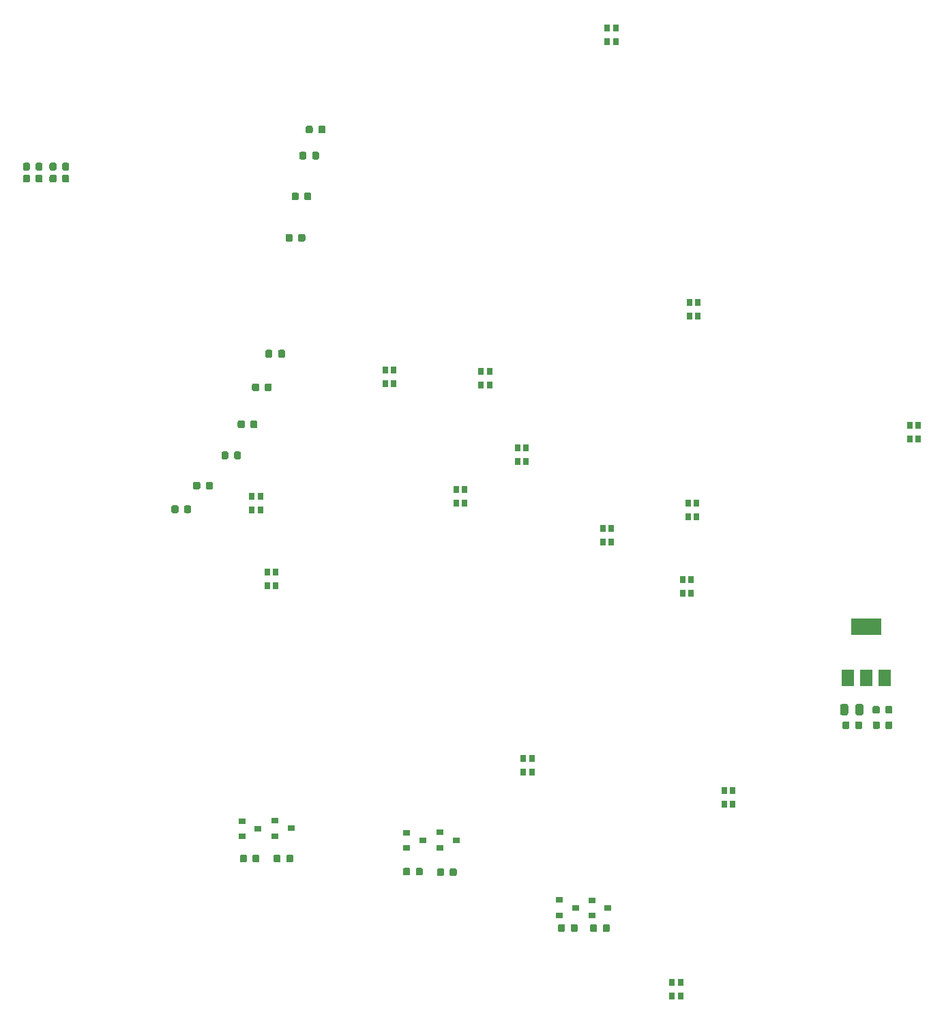
<source format=gtp>
G04 #@! TF.GenerationSoftware,KiCad,Pcbnew,(5.1.5-0-10_14)*
G04 #@! TF.CreationDate,2020-01-03T20:26:09+01:00*
G04 #@! TF.ProjectId,hackerspacesnl,6861636b-6572-4737-9061-6365736e6c2e,rev?*
G04 #@! TF.SameCoordinates,Original*
G04 #@! TF.FileFunction,Paste,Top*
G04 #@! TF.FilePolarity,Positive*
%FSLAX46Y46*%
G04 Gerber Fmt 4.6, Leading zero omitted, Abs format (unit mm)*
G04 Created by KiCad (PCBNEW (5.1.5-0-10_14)) date 2020-01-03 20:26:09*
%MOMM*%
%LPD*%
G04 APERTURE LIST*
%ADD10R,0.800000X0.900000*%
%ADD11C,0.100000*%
%ADD12R,1.500000X2.000000*%
%ADD13R,3.800000X2.000000*%
%ADD14R,0.900000X0.800000*%
G04 APERTURE END LIST*
D10*
X113084200Y-54043700D03*
X112034200Y-55743700D03*
X112034200Y-54043700D03*
X113084200Y-55743700D03*
D11*
G36*
X45061031Y-70742573D02*
G01*
X45082266Y-70745723D01*
X45103090Y-70750939D01*
X45123302Y-70758171D01*
X45142708Y-70767350D01*
X45161121Y-70778386D01*
X45178364Y-70791174D01*
X45194270Y-70805590D01*
X45208686Y-70821496D01*
X45221474Y-70838739D01*
X45232510Y-70857152D01*
X45241689Y-70876558D01*
X45248921Y-70896770D01*
X45254137Y-70917594D01*
X45257287Y-70938829D01*
X45258340Y-70960270D01*
X45258340Y-71472770D01*
X45257287Y-71494211D01*
X45254137Y-71515446D01*
X45248921Y-71536270D01*
X45241689Y-71556482D01*
X45232510Y-71575888D01*
X45221474Y-71594301D01*
X45208686Y-71611544D01*
X45194270Y-71627450D01*
X45178364Y-71641866D01*
X45161121Y-71654654D01*
X45142708Y-71665690D01*
X45123302Y-71674869D01*
X45103090Y-71682101D01*
X45082266Y-71687317D01*
X45061031Y-71690467D01*
X45039590Y-71691520D01*
X44602090Y-71691520D01*
X44580649Y-71690467D01*
X44559414Y-71687317D01*
X44538590Y-71682101D01*
X44518378Y-71674869D01*
X44498972Y-71665690D01*
X44480559Y-71654654D01*
X44463316Y-71641866D01*
X44447410Y-71627450D01*
X44432994Y-71611544D01*
X44420206Y-71594301D01*
X44409170Y-71575888D01*
X44399991Y-71556482D01*
X44392759Y-71536270D01*
X44387543Y-71515446D01*
X44384393Y-71494211D01*
X44383340Y-71472770D01*
X44383340Y-70960270D01*
X44384393Y-70938829D01*
X44387543Y-70917594D01*
X44392759Y-70896770D01*
X44399991Y-70876558D01*
X44409170Y-70857152D01*
X44420206Y-70838739D01*
X44432994Y-70821496D01*
X44447410Y-70805590D01*
X44463316Y-70791174D01*
X44480559Y-70778386D01*
X44498972Y-70767350D01*
X44518378Y-70758171D01*
X44538590Y-70750939D01*
X44559414Y-70745723D01*
X44580649Y-70742573D01*
X44602090Y-70741520D01*
X45039590Y-70741520D01*
X45061031Y-70742573D01*
G37*
G36*
X43486031Y-70742573D02*
G01*
X43507266Y-70745723D01*
X43528090Y-70750939D01*
X43548302Y-70758171D01*
X43567708Y-70767350D01*
X43586121Y-70778386D01*
X43603364Y-70791174D01*
X43619270Y-70805590D01*
X43633686Y-70821496D01*
X43646474Y-70838739D01*
X43657510Y-70857152D01*
X43666689Y-70876558D01*
X43673921Y-70896770D01*
X43679137Y-70917594D01*
X43682287Y-70938829D01*
X43683340Y-70960270D01*
X43683340Y-71472770D01*
X43682287Y-71494211D01*
X43679137Y-71515446D01*
X43673921Y-71536270D01*
X43666689Y-71556482D01*
X43657510Y-71575888D01*
X43646474Y-71594301D01*
X43633686Y-71611544D01*
X43619270Y-71627450D01*
X43603364Y-71641866D01*
X43586121Y-71654654D01*
X43567708Y-71665690D01*
X43548302Y-71674869D01*
X43528090Y-71682101D01*
X43507266Y-71687317D01*
X43486031Y-71690467D01*
X43464590Y-71691520D01*
X43027090Y-71691520D01*
X43005649Y-71690467D01*
X42984414Y-71687317D01*
X42963590Y-71682101D01*
X42943378Y-71674869D01*
X42923972Y-71665690D01*
X42905559Y-71654654D01*
X42888316Y-71641866D01*
X42872410Y-71627450D01*
X42857994Y-71611544D01*
X42845206Y-71594301D01*
X42834170Y-71575888D01*
X42824991Y-71556482D01*
X42817759Y-71536270D01*
X42812543Y-71515446D01*
X42809393Y-71494211D01*
X42808340Y-71472770D01*
X42808340Y-70960270D01*
X42809393Y-70938829D01*
X42812543Y-70917594D01*
X42817759Y-70896770D01*
X42824991Y-70876558D01*
X42834170Y-70857152D01*
X42845206Y-70838739D01*
X42857994Y-70821496D01*
X42872410Y-70805590D01*
X42888316Y-70791174D01*
X42905559Y-70778386D01*
X42923972Y-70767350D01*
X42943378Y-70758171D01*
X42963590Y-70750939D01*
X42984414Y-70745723D01*
X43005649Y-70742573D01*
X43027090Y-70741520D01*
X43464590Y-70741520D01*
X43486031Y-70742573D01*
G37*
G36*
X45061031Y-72231013D02*
G01*
X45082266Y-72234163D01*
X45103090Y-72239379D01*
X45123302Y-72246611D01*
X45142708Y-72255790D01*
X45161121Y-72266826D01*
X45178364Y-72279614D01*
X45194270Y-72294030D01*
X45208686Y-72309936D01*
X45221474Y-72327179D01*
X45232510Y-72345592D01*
X45241689Y-72364998D01*
X45248921Y-72385210D01*
X45254137Y-72406034D01*
X45257287Y-72427269D01*
X45258340Y-72448710D01*
X45258340Y-72961210D01*
X45257287Y-72982651D01*
X45254137Y-73003886D01*
X45248921Y-73024710D01*
X45241689Y-73044922D01*
X45232510Y-73064328D01*
X45221474Y-73082741D01*
X45208686Y-73099984D01*
X45194270Y-73115890D01*
X45178364Y-73130306D01*
X45161121Y-73143094D01*
X45142708Y-73154130D01*
X45123302Y-73163309D01*
X45103090Y-73170541D01*
X45082266Y-73175757D01*
X45061031Y-73178907D01*
X45039590Y-73179960D01*
X44602090Y-73179960D01*
X44580649Y-73178907D01*
X44559414Y-73175757D01*
X44538590Y-73170541D01*
X44518378Y-73163309D01*
X44498972Y-73154130D01*
X44480559Y-73143094D01*
X44463316Y-73130306D01*
X44447410Y-73115890D01*
X44432994Y-73099984D01*
X44420206Y-73082741D01*
X44409170Y-73064328D01*
X44399991Y-73044922D01*
X44392759Y-73024710D01*
X44387543Y-73003886D01*
X44384393Y-72982651D01*
X44383340Y-72961210D01*
X44383340Y-72448710D01*
X44384393Y-72427269D01*
X44387543Y-72406034D01*
X44392759Y-72385210D01*
X44399991Y-72364998D01*
X44409170Y-72345592D01*
X44420206Y-72327179D01*
X44432994Y-72309936D01*
X44447410Y-72294030D01*
X44463316Y-72279614D01*
X44480559Y-72266826D01*
X44498972Y-72255790D01*
X44518378Y-72246611D01*
X44538590Y-72239379D01*
X44559414Y-72234163D01*
X44580649Y-72231013D01*
X44602090Y-72229960D01*
X45039590Y-72229960D01*
X45061031Y-72231013D01*
G37*
G36*
X43486031Y-72231013D02*
G01*
X43507266Y-72234163D01*
X43528090Y-72239379D01*
X43548302Y-72246611D01*
X43567708Y-72255790D01*
X43586121Y-72266826D01*
X43603364Y-72279614D01*
X43619270Y-72294030D01*
X43633686Y-72309936D01*
X43646474Y-72327179D01*
X43657510Y-72345592D01*
X43666689Y-72364998D01*
X43673921Y-72385210D01*
X43679137Y-72406034D01*
X43682287Y-72427269D01*
X43683340Y-72448710D01*
X43683340Y-72961210D01*
X43682287Y-72982651D01*
X43679137Y-73003886D01*
X43673921Y-73024710D01*
X43666689Y-73044922D01*
X43657510Y-73064328D01*
X43646474Y-73082741D01*
X43633686Y-73099984D01*
X43619270Y-73115890D01*
X43603364Y-73130306D01*
X43586121Y-73143094D01*
X43567708Y-73154130D01*
X43548302Y-73163309D01*
X43528090Y-73170541D01*
X43507266Y-73175757D01*
X43486031Y-73178907D01*
X43464590Y-73179960D01*
X43027090Y-73179960D01*
X43005649Y-73178907D01*
X42984414Y-73175757D01*
X42963590Y-73170541D01*
X42943378Y-73163309D01*
X42923972Y-73154130D01*
X42905559Y-73143094D01*
X42888316Y-73130306D01*
X42872410Y-73115890D01*
X42857994Y-73099984D01*
X42845206Y-73082741D01*
X42834170Y-73064328D01*
X42824991Y-73044922D01*
X42817759Y-73024710D01*
X42812543Y-73003886D01*
X42809393Y-72982651D01*
X42808340Y-72961210D01*
X42808340Y-72448710D01*
X42809393Y-72427269D01*
X42812543Y-72406034D01*
X42817759Y-72385210D01*
X42824991Y-72364998D01*
X42834170Y-72345592D01*
X42845206Y-72327179D01*
X42857994Y-72309936D01*
X42872410Y-72294030D01*
X42888316Y-72279614D01*
X42905559Y-72266826D01*
X42923972Y-72255790D01*
X42943378Y-72246611D01*
X42963590Y-72239379D01*
X42984414Y-72234163D01*
X43005649Y-72231013D01*
X43027090Y-72229960D01*
X43464590Y-72229960D01*
X43486031Y-72231013D01*
G37*
D10*
X123157100Y-112920900D03*
X122107100Y-114620900D03*
X122107100Y-112920900D03*
X123157100Y-114620900D03*
X112539900Y-116108600D03*
X111489900Y-117808600D03*
X111489900Y-116108600D03*
X112539900Y-117808600D03*
X150664400Y-103320480D03*
X149614400Y-105020480D03*
X149614400Y-103320480D03*
X150664400Y-105020480D03*
X121137800Y-172382300D03*
X120087800Y-174082300D03*
X120087800Y-172382300D03*
X121137800Y-174082300D03*
X127640200Y-148607900D03*
X126590200Y-150307900D03*
X126590200Y-148607900D03*
X127640200Y-150307900D03*
X122450080Y-122406040D03*
X121400080Y-124106040D03*
X121400080Y-122406040D03*
X122450080Y-124106040D03*
X97426900Y-96614100D03*
X96376900Y-98314100D03*
X96376900Y-96614100D03*
X97426900Y-98314100D03*
X102672000Y-144645500D03*
X101622000Y-146345500D03*
X101622000Y-144645500D03*
X102672000Y-146345500D03*
X101973500Y-106126400D03*
X100923500Y-107826400D03*
X100923500Y-106126400D03*
X101973500Y-107826400D03*
X123284100Y-88092400D03*
X122234100Y-89792400D03*
X122234100Y-88092400D03*
X123284100Y-89792400D03*
X70883000Y-121489100D03*
X69833000Y-123189100D03*
X69833000Y-121489100D03*
X70883000Y-123189100D03*
X69002500Y-112120800D03*
X67952500Y-113820800D03*
X67952500Y-112120800D03*
X69002500Y-113820800D03*
X94342440Y-111296080D03*
X93292440Y-112996080D03*
X93292440Y-111296080D03*
X94342440Y-112996080D03*
X85552400Y-96449000D03*
X84502400Y-98149000D03*
X84502400Y-96449000D03*
X85552400Y-98149000D03*
D12*
X141895800Y-134595000D03*
X146495800Y-134595000D03*
X144195800Y-134595000D03*
D13*
X144195800Y-128295000D03*
D11*
G36*
X112162951Y-165200093D02*
G01*
X112184186Y-165203243D01*
X112205010Y-165208459D01*
X112225222Y-165215691D01*
X112244628Y-165224870D01*
X112263041Y-165235906D01*
X112280284Y-165248694D01*
X112296190Y-165263110D01*
X112310606Y-165279016D01*
X112323394Y-165296259D01*
X112334430Y-165314672D01*
X112343609Y-165334078D01*
X112350841Y-165354290D01*
X112356057Y-165375114D01*
X112359207Y-165396349D01*
X112360260Y-165417790D01*
X112360260Y-165930290D01*
X112359207Y-165951731D01*
X112356057Y-165972966D01*
X112350841Y-165993790D01*
X112343609Y-166014002D01*
X112334430Y-166033408D01*
X112323394Y-166051821D01*
X112310606Y-166069064D01*
X112296190Y-166084970D01*
X112280284Y-166099386D01*
X112263041Y-166112174D01*
X112244628Y-166123210D01*
X112225222Y-166132389D01*
X112205010Y-166139621D01*
X112184186Y-166144837D01*
X112162951Y-166147987D01*
X112141510Y-166149040D01*
X111704010Y-166149040D01*
X111682569Y-166147987D01*
X111661334Y-166144837D01*
X111640510Y-166139621D01*
X111620298Y-166132389D01*
X111600892Y-166123210D01*
X111582479Y-166112174D01*
X111565236Y-166099386D01*
X111549330Y-166084970D01*
X111534914Y-166069064D01*
X111522126Y-166051821D01*
X111511090Y-166033408D01*
X111501911Y-166014002D01*
X111494679Y-165993790D01*
X111489463Y-165972966D01*
X111486313Y-165951731D01*
X111485260Y-165930290D01*
X111485260Y-165417790D01*
X111486313Y-165396349D01*
X111489463Y-165375114D01*
X111494679Y-165354290D01*
X111501911Y-165334078D01*
X111511090Y-165314672D01*
X111522126Y-165296259D01*
X111534914Y-165279016D01*
X111549330Y-165263110D01*
X111565236Y-165248694D01*
X111582479Y-165235906D01*
X111600892Y-165224870D01*
X111620298Y-165215691D01*
X111640510Y-165208459D01*
X111661334Y-165203243D01*
X111682569Y-165200093D01*
X111704010Y-165199040D01*
X112141510Y-165199040D01*
X112162951Y-165200093D01*
G37*
G36*
X110587951Y-165200093D02*
G01*
X110609186Y-165203243D01*
X110630010Y-165208459D01*
X110650222Y-165215691D01*
X110669628Y-165224870D01*
X110688041Y-165235906D01*
X110705284Y-165248694D01*
X110721190Y-165263110D01*
X110735606Y-165279016D01*
X110748394Y-165296259D01*
X110759430Y-165314672D01*
X110768609Y-165334078D01*
X110775841Y-165354290D01*
X110781057Y-165375114D01*
X110784207Y-165396349D01*
X110785260Y-165417790D01*
X110785260Y-165930290D01*
X110784207Y-165951731D01*
X110781057Y-165972966D01*
X110775841Y-165993790D01*
X110768609Y-166014002D01*
X110759430Y-166033408D01*
X110748394Y-166051821D01*
X110735606Y-166069064D01*
X110721190Y-166084970D01*
X110705284Y-166099386D01*
X110688041Y-166112174D01*
X110669628Y-166123210D01*
X110650222Y-166132389D01*
X110630010Y-166139621D01*
X110609186Y-166144837D01*
X110587951Y-166147987D01*
X110566510Y-166149040D01*
X110129010Y-166149040D01*
X110107569Y-166147987D01*
X110086334Y-166144837D01*
X110065510Y-166139621D01*
X110045298Y-166132389D01*
X110025892Y-166123210D01*
X110007479Y-166112174D01*
X109990236Y-166099386D01*
X109974330Y-166084970D01*
X109959914Y-166069064D01*
X109947126Y-166051821D01*
X109936090Y-166033408D01*
X109926911Y-166014002D01*
X109919679Y-165993790D01*
X109914463Y-165972966D01*
X109911313Y-165951731D01*
X109910260Y-165930290D01*
X109910260Y-165417790D01*
X109911313Y-165396349D01*
X109914463Y-165375114D01*
X109919679Y-165354290D01*
X109926911Y-165334078D01*
X109936090Y-165314672D01*
X109947126Y-165296259D01*
X109959914Y-165279016D01*
X109974330Y-165263110D01*
X109990236Y-165248694D01*
X110007479Y-165235906D01*
X110025892Y-165224870D01*
X110045298Y-165215691D01*
X110065510Y-165208459D01*
X110086334Y-165203243D01*
X110107569Y-165200093D01*
X110129010Y-165199040D01*
X110566510Y-165199040D01*
X110587951Y-165200093D01*
G37*
G36*
X108185211Y-165164533D02*
G01*
X108206446Y-165167683D01*
X108227270Y-165172899D01*
X108247482Y-165180131D01*
X108266888Y-165189310D01*
X108285301Y-165200346D01*
X108302544Y-165213134D01*
X108318450Y-165227550D01*
X108332866Y-165243456D01*
X108345654Y-165260699D01*
X108356690Y-165279112D01*
X108365869Y-165298518D01*
X108373101Y-165318730D01*
X108378317Y-165339554D01*
X108381467Y-165360789D01*
X108382520Y-165382230D01*
X108382520Y-165894730D01*
X108381467Y-165916171D01*
X108378317Y-165937406D01*
X108373101Y-165958230D01*
X108365869Y-165978442D01*
X108356690Y-165997848D01*
X108345654Y-166016261D01*
X108332866Y-166033504D01*
X108318450Y-166049410D01*
X108302544Y-166063826D01*
X108285301Y-166076614D01*
X108266888Y-166087650D01*
X108247482Y-166096829D01*
X108227270Y-166104061D01*
X108206446Y-166109277D01*
X108185211Y-166112427D01*
X108163770Y-166113480D01*
X107726270Y-166113480D01*
X107704829Y-166112427D01*
X107683594Y-166109277D01*
X107662770Y-166104061D01*
X107642558Y-166096829D01*
X107623152Y-166087650D01*
X107604739Y-166076614D01*
X107587496Y-166063826D01*
X107571590Y-166049410D01*
X107557174Y-166033504D01*
X107544386Y-166016261D01*
X107533350Y-165997848D01*
X107524171Y-165978442D01*
X107516939Y-165958230D01*
X107511723Y-165937406D01*
X107508573Y-165916171D01*
X107507520Y-165894730D01*
X107507520Y-165382230D01*
X107508573Y-165360789D01*
X107511723Y-165339554D01*
X107516939Y-165318730D01*
X107524171Y-165298518D01*
X107533350Y-165279112D01*
X107544386Y-165260699D01*
X107557174Y-165243456D01*
X107571590Y-165227550D01*
X107587496Y-165213134D01*
X107604739Y-165200346D01*
X107623152Y-165189310D01*
X107642558Y-165180131D01*
X107662770Y-165172899D01*
X107683594Y-165167683D01*
X107704829Y-165164533D01*
X107726270Y-165163480D01*
X108163770Y-165163480D01*
X108185211Y-165164533D01*
G37*
G36*
X106610211Y-165164533D02*
G01*
X106631446Y-165167683D01*
X106652270Y-165172899D01*
X106672482Y-165180131D01*
X106691888Y-165189310D01*
X106710301Y-165200346D01*
X106727544Y-165213134D01*
X106743450Y-165227550D01*
X106757866Y-165243456D01*
X106770654Y-165260699D01*
X106781690Y-165279112D01*
X106790869Y-165298518D01*
X106798101Y-165318730D01*
X106803317Y-165339554D01*
X106806467Y-165360789D01*
X106807520Y-165382230D01*
X106807520Y-165894730D01*
X106806467Y-165916171D01*
X106803317Y-165937406D01*
X106798101Y-165958230D01*
X106790869Y-165978442D01*
X106781690Y-165997848D01*
X106770654Y-166016261D01*
X106757866Y-166033504D01*
X106743450Y-166049410D01*
X106727544Y-166063826D01*
X106710301Y-166076614D01*
X106691888Y-166087650D01*
X106672482Y-166096829D01*
X106652270Y-166104061D01*
X106631446Y-166109277D01*
X106610211Y-166112427D01*
X106588770Y-166113480D01*
X106151270Y-166113480D01*
X106129829Y-166112427D01*
X106108594Y-166109277D01*
X106087770Y-166104061D01*
X106067558Y-166096829D01*
X106048152Y-166087650D01*
X106029739Y-166076614D01*
X106012496Y-166063826D01*
X105996590Y-166049410D01*
X105982174Y-166033504D01*
X105969386Y-166016261D01*
X105958350Y-165997848D01*
X105949171Y-165978442D01*
X105941939Y-165958230D01*
X105936723Y-165937406D01*
X105933573Y-165916171D01*
X105932520Y-165894730D01*
X105932520Y-165382230D01*
X105933573Y-165360789D01*
X105936723Y-165339554D01*
X105941939Y-165318730D01*
X105949171Y-165298518D01*
X105958350Y-165279112D01*
X105969386Y-165260699D01*
X105982174Y-165243456D01*
X105996590Y-165227550D01*
X106012496Y-165213134D01*
X106029739Y-165200346D01*
X106048152Y-165189310D01*
X106067558Y-165180131D01*
X106087770Y-165172899D01*
X106108594Y-165167683D01*
X106129829Y-165164533D01*
X106151270Y-165163480D01*
X106588770Y-165163480D01*
X106610211Y-165164533D01*
G37*
G36*
X93161211Y-158253193D02*
G01*
X93182446Y-158256343D01*
X93203270Y-158261559D01*
X93223482Y-158268791D01*
X93242888Y-158277970D01*
X93261301Y-158289006D01*
X93278544Y-158301794D01*
X93294450Y-158316210D01*
X93308866Y-158332116D01*
X93321654Y-158349359D01*
X93332690Y-158367772D01*
X93341869Y-158387178D01*
X93349101Y-158407390D01*
X93354317Y-158428214D01*
X93357467Y-158449449D01*
X93358520Y-158470890D01*
X93358520Y-158983390D01*
X93357467Y-159004831D01*
X93354317Y-159026066D01*
X93349101Y-159046890D01*
X93341869Y-159067102D01*
X93332690Y-159086508D01*
X93321654Y-159104921D01*
X93308866Y-159122164D01*
X93294450Y-159138070D01*
X93278544Y-159152486D01*
X93261301Y-159165274D01*
X93242888Y-159176310D01*
X93223482Y-159185489D01*
X93203270Y-159192721D01*
X93182446Y-159197937D01*
X93161211Y-159201087D01*
X93139770Y-159202140D01*
X92702270Y-159202140D01*
X92680829Y-159201087D01*
X92659594Y-159197937D01*
X92638770Y-159192721D01*
X92618558Y-159185489D01*
X92599152Y-159176310D01*
X92580739Y-159165274D01*
X92563496Y-159152486D01*
X92547590Y-159138070D01*
X92533174Y-159122164D01*
X92520386Y-159104921D01*
X92509350Y-159086508D01*
X92500171Y-159067102D01*
X92492939Y-159046890D01*
X92487723Y-159026066D01*
X92484573Y-159004831D01*
X92483520Y-158983390D01*
X92483520Y-158470890D01*
X92484573Y-158449449D01*
X92487723Y-158428214D01*
X92492939Y-158407390D01*
X92500171Y-158387178D01*
X92509350Y-158367772D01*
X92520386Y-158349359D01*
X92533174Y-158332116D01*
X92547590Y-158316210D01*
X92563496Y-158301794D01*
X92580739Y-158289006D01*
X92599152Y-158277970D01*
X92618558Y-158268791D01*
X92638770Y-158261559D01*
X92659594Y-158256343D01*
X92680829Y-158253193D01*
X92702270Y-158252140D01*
X93139770Y-158252140D01*
X93161211Y-158253193D01*
G37*
G36*
X91586211Y-158253193D02*
G01*
X91607446Y-158256343D01*
X91628270Y-158261559D01*
X91648482Y-158268791D01*
X91667888Y-158277970D01*
X91686301Y-158289006D01*
X91703544Y-158301794D01*
X91719450Y-158316210D01*
X91733866Y-158332116D01*
X91746654Y-158349359D01*
X91757690Y-158367772D01*
X91766869Y-158387178D01*
X91774101Y-158407390D01*
X91779317Y-158428214D01*
X91782467Y-158449449D01*
X91783520Y-158470890D01*
X91783520Y-158983390D01*
X91782467Y-159004831D01*
X91779317Y-159026066D01*
X91774101Y-159046890D01*
X91766869Y-159067102D01*
X91757690Y-159086508D01*
X91746654Y-159104921D01*
X91733866Y-159122164D01*
X91719450Y-159138070D01*
X91703544Y-159152486D01*
X91686301Y-159165274D01*
X91667888Y-159176310D01*
X91648482Y-159185489D01*
X91628270Y-159192721D01*
X91607446Y-159197937D01*
X91586211Y-159201087D01*
X91564770Y-159202140D01*
X91127270Y-159202140D01*
X91105829Y-159201087D01*
X91084594Y-159197937D01*
X91063770Y-159192721D01*
X91043558Y-159185489D01*
X91024152Y-159176310D01*
X91005739Y-159165274D01*
X90988496Y-159152486D01*
X90972590Y-159138070D01*
X90958174Y-159122164D01*
X90945386Y-159104921D01*
X90934350Y-159086508D01*
X90925171Y-159067102D01*
X90917939Y-159046890D01*
X90912723Y-159026066D01*
X90909573Y-159004831D01*
X90908520Y-158983390D01*
X90908520Y-158470890D01*
X90909573Y-158449449D01*
X90912723Y-158428214D01*
X90917939Y-158407390D01*
X90925171Y-158387178D01*
X90934350Y-158367772D01*
X90945386Y-158349359D01*
X90958174Y-158332116D01*
X90972590Y-158316210D01*
X90988496Y-158301794D01*
X91005739Y-158289006D01*
X91024152Y-158277970D01*
X91043558Y-158268791D01*
X91063770Y-158261559D01*
X91084594Y-158256343D01*
X91105829Y-158253193D01*
X91127270Y-158252140D01*
X91564770Y-158252140D01*
X91586211Y-158253193D01*
G37*
G36*
X88957511Y-158189693D02*
G01*
X88978746Y-158192843D01*
X88999570Y-158198059D01*
X89019782Y-158205291D01*
X89039188Y-158214470D01*
X89057601Y-158225506D01*
X89074844Y-158238294D01*
X89090750Y-158252710D01*
X89105166Y-158268616D01*
X89117954Y-158285859D01*
X89128990Y-158304272D01*
X89138169Y-158323678D01*
X89145401Y-158343890D01*
X89150617Y-158364714D01*
X89153767Y-158385949D01*
X89154820Y-158407390D01*
X89154820Y-158919890D01*
X89153767Y-158941331D01*
X89150617Y-158962566D01*
X89145401Y-158983390D01*
X89138169Y-159003602D01*
X89128990Y-159023008D01*
X89117954Y-159041421D01*
X89105166Y-159058664D01*
X89090750Y-159074570D01*
X89074844Y-159088986D01*
X89057601Y-159101774D01*
X89039188Y-159112810D01*
X89019782Y-159121989D01*
X88999570Y-159129221D01*
X88978746Y-159134437D01*
X88957511Y-159137587D01*
X88936070Y-159138640D01*
X88498570Y-159138640D01*
X88477129Y-159137587D01*
X88455894Y-159134437D01*
X88435070Y-159129221D01*
X88414858Y-159121989D01*
X88395452Y-159112810D01*
X88377039Y-159101774D01*
X88359796Y-159088986D01*
X88343890Y-159074570D01*
X88329474Y-159058664D01*
X88316686Y-159041421D01*
X88305650Y-159023008D01*
X88296471Y-159003602D01*
X88289239Y-158983390D01*
X88284023Y-158962566D01*
X88280873Y-158941331D01*
X88279820Y-158919890D01*
X88279820Y-158407390D01*
X88280873Y-158385949D01*
X88284023Y-158364714D01*
X88289239Y-158343890D01*
X88296471Y-158323678D01*
X88305650Y-158304272D01*
X88316686Y-158285859D01*
X88329474Y-158268616D01*
X88343890Y-158252710D01*
X88359796Y-158238294D01*
X88377039Y-158225506D01*
X88395452Y-158214470D01*
X88414858Y-158205291D01*
X88435070Y-158198059D01*
X88455894Y-158192843D01*
X88477129Y-158189693D01*
X88498570Y-158188640D01*
X88936070Y-158188640D01*
X88957511Y-158189693D01*
G37*
G36*
X87382511Y-158189693D02*
G01*
X87403746Y-158192843D01*
X87424570Y-158198059D01*
X87444782Y-158205291D01*
X87464188Y-158214470D01*
X87482601Y-158225506D01*
X87499844Y-158238294D01*
X87515750Y-158252710D01*
X87530166Y-158268616D01*
X87542954Y-158285859D01*
X87553990Y-158304272D01*
X87563169Y-158323678D01*
X87570401Y-158343890D01*
X87575617Y-158364714D01*
X87578767Y-158385949D01*
X87579820Y-158407390D01*
X87579820Y-158919890D01*
X87578767Y-158941331D01*
X87575617Y-158962566D01*
X87570401Y-158983390D01*
X87563169Y-159003602D01*
X87553990Y-159023008D01*
X87542954Y-159041421D01*
X87530166Y-159058664D01*
X87515750Y-159074570D01*
X87499844Y-159088986D01*
X87482601Y-159101774D01*
X87464188Y-159112810D01*
X87444782Y-159121989D01*
X87424570Y-159129221D01*
X87403746Y-159134437D01*
X87382511Y-159137587D01*
X87361070Y-159138640D01*
X86923570Y-159138640D01*
X86902129Y-159137587D01*
X86880894Y-159134437D01*
X86860070Y-159129221D01*
X86839858Y-159121989D01*
X86820452Y-159112810D01*
X86802039Y-159101774D01*
X86784796Y-159088986D01*
X86768890Y-159074570D01*
X86754474Y-159058664D01*
X86741686Y-159041421D01*
X86730650Y-159023008D01*
X86721471Y-159003602D01*
X86714239Y-158983390D01*
X86709023Y-158962566D01*
X86705873Y-158941331D01*
X86704820Y-158919890D01*
X86704820Y-158407390D01*
X86705873Y-158385949D01*
X86709023Y-158364714D01*
X86714239Y-158343890D01*
X86721471Y-158323678D01*
X86730650Y-158304272D01*
X86741686Y-158285859D01*
X86754474Y-158268616D01*
X86768890Y-158252710D01*
X86784796Y-158238294D01*
X86802039Y-158225506D01*
X86820452Y-158214470D01*
X86839858Y-158205291D01*
X86860070Y-158198059D01*
X86880894Y-158192843D01*
X86902129Y-158189693D01*
X86923570Y-158188640D01*
X87361070Y-158188640D01*
X87382511Y-158189693D01*
G37*
G36*
X72879311Y-156559013D02*
G01*
X72900546Y-156562163D01*
X72921370Y-156567379D01*
X72941582Y-156574611D01*
X72960988Y-156583790D01*
X72979401Y-156594826D01*
X72996644Y-156607614D01*
X73012550Y-156622030D01*
X73026966Y-156637936D01*
X73039754Y-156655179D01*
X73050790Y-156673592D01*
X73059969Y-156692998D01*
X73067201Y-156713210D01*
X73072417Y-156734034D01*
X73075567Y-156755269D01*
X73076620Y-156776710D01*
X73076620Y-157289210D01*
X73075567Y-157310651D01*
X73072417Y-157331886D01*
X73067201Y-157352710D01*
X73059969Y-157372922D01*
X73050790Y-157392328D01*
X73039754Y-157410741D01*
X73026966Y-157427984D01*
X73012550Y-157443890D01*
X72996644Y-157458306D01*
X72979401Y-157471094D01*
X72960988Y-157482130D01*
X72941582Y-157491309D01*
X72921370Y-157498541D01*
X72900546Y-157503757D01*
X72879311Y-157506907D01*
X72857870Y-157507960D01*
X72420370Y-157507960D01*
X72398929Y-157506907D01*
X72377694Y-157503757D01*
X72356870Y-157498541D01*
X72336658Y-157491309D01*
X72317252Y-157482130D01*
X72298839Y-157471094D01*
X72281596Y-157458306D01*
X72265690Y-157443890D01*
X72251274Y-157427984D01*
X72238486Y-157410741D01*
X72227450Y-157392328D01*
X72218271Y-157372922D01*
X72211039Y-157352710D01*
X72205823Y-157331886D01*
X72202673Y-157310651D01*
X72201620Y-157289210D01*
X72201620Y-156776710D01*
X72202673Y-156755269D01*
X72205823Y-156734034D01*
X72211039Y-156713210D01*
X72218271Y-156692998D01*
X72227450Y-156673592D01*
X72238486Y-156655179D01*
X72251274Y-156637936D01*
X72265690Y-156622030D01*
X72281596Y-156607614D01*
X72298839Y-156594826D01*
X72317252Y-156583790D01*
X72336658Y-156574611D01*
X72356870Y-156567379D01*
X72377694Y-156562163D01*
X72398929Y-156559013D01*
X72420370Y-156557960D01*
X72857870Y-156557960D01*
X72879311Y-156559013D01*
G37*
G36*
X71304311Y-156559013D02*
G01*
X71325546Y-156562163D01*
X71346370Y-156567379D01*
X71366582Y-156574611D01*
X71385988Y-156583790D01*
X71404401Y-156594826D01*
X71421644Y-156607614D01*
X71437550Y-156622030D01*
X71451966Y-156637936D01*
X71464754Y-156655179D01*
X71475790Y-156673592D01*
X71484969Y-156692998D01*
X71492201Y-156713210D01*
X71497417Y-156734034D01*
X71500567Y-156755269D01*
X71501620Y-156776710D01*
X71501620Y-157289210D01*
X71500567Y-157310651D01*
X71497417Y-157331886D01*
X71492201Y-157352710D01*
X71484969Y-157372922D01*
X71475790Y-157392328D01*
X71464754Y-157410741D01*
X71451966Y-157427984D01*
X71437550Y-157443890D01*
X71421644Y-157458306D01*
X71404401Y-157471094D01*
X71385988Y-157482130D01*
X71366582Y-157491309D01*
X71346370Y-157498541D01*
X71325546Y-157503757D01*
X71304311Y-157506907D01*
X71282870Y-157507960D01*
X70845370Y-157507960D01*
X70823929Y-157506907D01*
X70802694Y-157503757D01*
X70781870Y-157498541D01*
X70761658Y-157491309D01*
X70742252Y-157482130D01*
X70723839Y-157471094D01*
X70706596Y-157458306D01*
X70690690Y-157443890D01*
X70676274Y-157427984D01*
X70663486Y-157410741D01*
X70652450Y-157392328D01*
X70643271Y-157372922D01*
X70636039Y-157352710D01*
X70630823Y-157331886D01*
X70627673Y-157310651D01*
X70626620Y-157289210D01*
X70626620Y-156776710D01*
X70627673Y-156755269D01*
X70630823Y-156734034D01*
X70636039Y-156713210D01*
X70643271Y-156692998D01*
X70652450Y-156673592D01*
X70663486Y-156655179D01*
X70676274Y-156637936D01*
X70690690Y-156622030D01*
X70706596Y-156607614D01*
X70723839Y-156594826D01*
X70742252Y-156583790D01*
X70761658Y-156574611D01*
X70781870Y-156567379D01*
X70802694Y-156562163D01*
X70823929Y-156559013D01*
X70845370Y-156557960D01*
X71282870Y-156557960D01*
X71304311Y-156559013D01*
G37*
G36*
X68688111Y-156559013D02*
G01*
X68709346Y-156562163D01*
X68730170Y-156567379D01*
X68750382Y-156574611D01*
X68769788Y-156583790D01*
X68788201Y-156594826D01*
X68805444Y-156607614D01*
X68821350Y-156622030D01*
X68835766Y-156637936D01*
X68848554Y-156655179D01*
X68859590Y-156673592D01*
X68868769Y-156692998D01*
X68876001Y-156713210D01*
X68881217Y-156734034D01*
X68884367Y-156755269D01*
X68885420Y-156776710D01*
X68885420Y-157289210D01*
X68884367Y-157310651D01*
X68881217Y-157331886D01*
X68876001Y-157352710D01*
X68868769Y-157372922D01*
X68859590Y-157392328D01*
X68848554Y-157410741D01*
X68835766Y-157427984D01*
X68821350Y-157443890D01*
X68805444Y-157458306D01*
X68788201Y-157471094D01*
X68769788Y-157482130D01*
X68750382Y-157491309D01*
X68730170Y-157498541D01*
X68709346Y-157503757D01*
X68688111Y-157506907D01*
X68666670Y-157507960D01*
X68229170Y-157507960D01*
X68207729Y-157506907D01*
X68186494Y-157503757D01*
X68165670Y-157498541D01*
X68145458Y-157491309D01*
X68126052Y-157482130D01*
X68107639Y-157471094D01*
X68090396Y-157458306D01*
X68074490Y-157443890D01*
X68060074Y-157427984D01*
X68047286Y-157410741D01*
X68036250Y-157392328D01*
X68027071Y-157372922D01*
X68019839Y-157352710D01*
X68014623Y-157331886D01*
X68011473Y-157310651D01*
X68010420Y-157289210D01*
X68010420Y-156776710D01*
X68011473Y-156755269D01*
X68014623Y-156734034D01*
X68019839Y-156713210D01*
X68027071Y-156692998D01*
X68036250Y-156673592D01*
X68047286Y-156655179D01*
X68060074Y-156637936D01*
X68074490Y-156622030D01*
X68090396Y-156607614D01*
X68107639Y-156594826D01*
X68126052Y-156583790D01*
X68145458Y-156574611D01*
X68165670Y-156567379D01*
X68186494Y-156562163D01*
X68207729Y-156559013D01*
X68229170Y-156557960D01*
X68666670Y-156557960D01*
X68688111Y-156559013D01*
G37*
G36*
X67113111Y-156559013D02*
G01*
X67134346Y-156562163D01*
X67155170Y-156567379D01*
X67175382Y-156574611D01*
X67194788Y-156583790D01*
X67213201Y-156594826D01*
X67230444Y-156607614D01*
X67246350Y-156622030D01*
X67260766Y-156637936D01*
X67273554Y-156655179D01*
X67284590Y-156673592D01*
X67293769Y-156692998D01*
X67301001Y-156713210D01*
X67306217Y-156734034D01*
X67309367Y-156755269D01*
X67310420Y-156776710D01*
X67310420Y-157289210D01*
X67309367Y-157310651D01*
X67306217Y-157331886D01*
X67301001Y-157352710D01*
X67293769Y-157372922D01*
X67284590Y-157392328D01*
X67273554Y-157410741D01*
X67260766Y-157427984D01*
X67246350Y-157443890D01*
X67230444Y-157458306D01*
X67213201Y-157471094D01*
X67194788Y-157482130D01*
X67175382Y-157491309D01*
X67155170Y-157498541D01*
X67134346Y-157503757D01*
X67113111Y-157506907D01*
X67091670Y-157507960D01*
X66654170Y-157507960D01*
X66632729Y-157506907D01*
X66611494Y-157503757D01*
X66590670Y-157498541D01*
X66570458Y-157491309D01*
X66551052Y-157482130D01*
X66532639Y-157471094D01*
X66515396Y-157458306D01*
X66499490Y-157443890D01*
X66485074Y-157427984D01*
X66472286Y-157410741D01*
X66461250Y-157392328D01*
X66452071Y-157372922D01*
X66444839Y-157352710D01*
X66439623Y-157331886D01*
X66436473Y-157310651D01*
X66435420Y-157289210D01*
X66435420Y-156776710D01*
X66436473Y-156755269D01*
X66439623Y-156734034D01*
X66444839Y-156713210D01*
X66452071Y-156692998D01*
X66461250Y-156673592D01*
X66472286Y-156655179D01*
X66485074Y-156637936D01*
X66499490Y-156622030D01*
X66515396Y-156607614D01*
X66532639Y-156594826D01*
X66551052Y-156583790D01*
X66570458Y-156574611D01*
X66590670Y-156567379D01*
X66611494Y-156562163D01*
X66632729Y-156559013D01*
X66654170Y-156557960D01*
X67091670Y-156557960D01*
X67113111Y-156559013D01*
G37*
G36*
X58629511Y-113236773D02*
G01*
X58650746Y-113239923D01*
X58671570Y-113245139D01*
X58691782Y-113252371D01*
X58711188Y-113261550D01*
X58729601Y-113272586D01*
X58746844Y-113285374D01*
X58762750Y-113299790D01*
X58777166Y-113315696D01*
X58789954Y-113332939D01*
X58800990Y-113351352D01*
X58810169Y-113370758D01*
X58817401Y-113390970D01*
X58822617Y-113411794D01*
X58825767Y-113433029D01*
X58826820Y-113454470D01*
X58826820Y-113966970D01*
X58825767Y-113988411D01*
X58822617Y-114009646D01*
X58817401Y-114030470D01*
X58810169Y-114050682D01*
X58800990Y-114070088D01*
X58789954Y-114088501D01*
X58777166Y-114105744D01*
X58762750Y-114121650D01*
X58746844Y-114136066D01*
X58729601Y-114148854D01*
X58711188Y-114159890D01*
X58691782Y-114169069D01*
X58671570Y-114176301D01*
X58650746Y-114181517D01*
X58629511Y-114184667D01*
X58608070Y-114185720D01*
X58170570Y-114185720D01*
X58149129Y-114184667D01*
X58127894Y-114181517D01*
X58107070Y-114176301D01*
X58086858Y-114169069D01*
X58067452Y-114159890D01*
X58049039Y-114148854D01*
X58031796Y-114136066D01*
X58015890Y-114121650D01*
X58001474Y-114105744D01*
X57988686Y-114088501D01*
X57977650Y-114070088D01*
X57968471Y-114050682D01*
X57961239Y-114030470D01*
X57956023Y-114009646D01*
X57952873Y-113988411D01*
X57951820Y-113966970D01*
X57951820Y-113454470D01*
X57952873Y-113433029D01*
X57956023Y-113411794D01*
X57961239Y-113390970D01*
X57968471Y-113370758D01*
X57977650Y-113351352D01*
X57988686Y-113332939D01*
X58001474Y-113315696D01*
X58015890Y-113299790D01*
X58031796Y-113285374D01*
X58049039Y-113272586D01*
X58067452Y-113261550D01*
X58086858Y-113252371D01*
X58107070Y-113245139D01*
X58127894Y-113239923D01*
X58149129Y-113236773D01*
X58170570Y-113235720D01*
X58608070Y-113235720D01*
X58629511Y-113236773D01*
G37*
G36*
X60204511Y-113236773D02*
G01*
X60225746Y-113239923D01*
X60246570Y-113245139D01*
X60266782Y-113252371D01*
X60286188Y-113261550D01*
X60304601Y-113272586D01*
X60321844Y-113285374D01*
X60337750Y-113299790D01*
X60352166Y-113315696D01*
X60364954Y-113332939D01*
X60375990Y-113351352D01*
X60385169Y-113370758D01*
X60392401Y-113390970D01*
X60397617Y-113411794D01*
X60400767Y-113433029D01*
X60401820Y-113454470D01*
X60401820Y-113966970D01*
X60400767Y-113988411D01*
X60397617Y-114009646D01*
X60392401Y-114030470D01*
X60385169Y-114050682D01*
X60375990Y-114070088D01*
X60364954Y-114088501D01*
X60352166Y-114105744D01*
X60337750Y-114121650D01*
X60321844Y-114136066D01*
X60304601Y-114148854D01*
X60286188Y-114159890D01*
X60266782Y-114169069D01*
X60246570Y-114176301D01*
X60225746Y-114181517D01*
X60204511Y-114184667D01*
X60183070Y-114185720D01*
X59745570Y-114185720D01*
X59724129Y-114184667D01*
X59702894Y-114181517D01*
X59682070Y-114176301D01*
X59661858Y-114169069D01*
X59642452Y-114159890D01*
X59624039Y-114148854D01*
X59606796Y-114136066D01*
X59590890Y-114121650D01*
X59576474Y-114105744D01*
X59563686Y-114088501D01*
X59552650Y-114070088D01*
X59543471Y-114050682D01*
X59536239Y-114030470D01*
X59531023Y-114009646D01*
X59527873Y-113988411D01*
X59526820Y-113966970D01*
X59526820Y-113454470D01*
X59527873Y-113433029D01*
X59531023Y-113411794D01*
X59536239Y-113390970D01*
X59543471Y-113370758D01*
X59552650Y-113351352D01*
X59563686Y-113332939D01*
X59576474Y-113315696D01*
X59590890Y-113299790D01*
X59606796Y-113285374D01*
X59624039Y-113272586D01*
X59642452Y-113261550D01*
X59661858Y-113252371D01*
X59682070Y-113245139D01*
X59702894Y-113239923D01*
X59724129Y-113236773D01*
X59745570Y-113235720D01*
X60183070Y-113235720D01*
X60204511Y-113236773D01*
G37*
G36*
X61332071Y-110305613D02*
G01*
X61353306Y-110308763D01*
X61374130Y-110313979D01*
X61394342Y-110321211D01*
X61413748Y-110330390D01*
X61432161Y-110341426D01*
X61449404Y-110354214D01*
X61465310Y-110368630D01*
X61479726Y-110384536D01*
X61492514Y-110401779D01*
X61503550Y-110420192D01*
X61512729Y-110439598D01*
X61519961Y-110459810D01*
X61525177Y-110480634D01*
X61528327Y-110501869D01*
X61529380Y-110523310D01*
X61529380Y-111035810D01*
X61528327Y-111057251D01*
X61525177Y-111078486D01*
X61519961Y-111099310D01*
X61512729Y-111119522D01*
X61503550Y-111138928D01*
X61492514Y-111157341D01*
X61479726Y-111174584D01*
X61465310Y-111190490D01*
X61449404Y-111204906D01*
X61432161Y-111217694D01*
X61413748Y-111228730D01*
X61394342Y-111237909D01*
X61374130Y-111245141D01*
X61353306Y-111250357D01*
X61332071Y-111253507D01*
X61310630Y-111254560D01*
X60873130Y-111254560D01*
X60851689Y-111253507D01*
X60830454Y-111250357D01*
X60809630Y-111245141D01*
X60789418Y-111237909D01*
X60770012Y-111228730D01*
X60751599Y-111217694D01*
X60734356Y-111204906D01*
X60718450Y-111190490D01*
X60704034Y-111174584D01*
X60691246Y-111157341D01*
X60680210Y-111138928D01*
X60671031Y-111119522D01*
X60663799Y-111099310D01*
X60658583Y-111078486D01*
X60655433Y-111057251D01*
X60654380Y-111035810D01*
X60654380Y-110523310D01*
X60655433Y-110501869D01*
X60658583Y-110480634D01*
X60663799Y-110459810D01*
X60671031Y-110439598D01*
X60680210Y-110420192D01*
X60691246Y-110401779D01*
X60704034Y-110384536D01*
X60718450Y-110368630D01*
X60734356Y-110354214D01*
X60751599Y-110341426D01*
X60770012Y-110330390D01*
X60789418Y-110321211D01*
X60809630Y-110313979D01*
X60830454Y-110308763D01*
X60851689Y-110305613D01*
X60873130Y-110304560D01*
X61310630Y-110304560D01*
X61332071Y-110305613D01*
G37*
G36*
X62907071Y-110305613D02*
G01*
X62928306Y-110308763D01*
X62949130Y-110313979D01*
X62969342Y-110321211D01*
X62988748Y-110330390D01*
X63007161Y-110341426D01*
X63024404Y-110354214D01*
X63040310Y-110368630D01*
X63054726Y-110384536D01*
X63067514Y-110401779D01*
X63078550Y-110420192D01*
X63087729Y-110439598D01*
X63094961Y-110459810D01*
X63100177Y-110480634D01*
X63103327Y-110501869D01*
X63104380Y-110523310D01*
X63104380Y-111035810D01*
X63103327Y-111057251D01*
X63100177Y-111078486D01*
X63094961Y-111099310D01*
X63087729Y-111119522D01*
X63078550Y-111138928D01*
X63067514Y-111157341D01*
X63054726Y-111174584D01*
X63040310Y-111190490D01*
X63024404Y-111204906D01*
X63007161Y-111217694D01*
X62988748Y-111228730D01*
X62969342Y-111237909D01*
X62949130Y-111245141D01*
X62928306Y-111250357D01*
X62907071Y-111253507D01*
X62885630Y-111254560D01*
X62448130Y-111254560D01*
X62426689Y-111253507D01*
X62405454Y-111250357D01*
X62384630Y-111245141D01*
X62364418Y-111237909D01*
X62345012Y-111228730D01*
X62326599Y-111217694D01*
X62309356Y-111204906D01*
X62293450Y-111190490D01*
X62279034Y-111174584D01*
X62266246Y-111157341D01*
X62255210Y-111138928D01*
X62246031Y-111119522D01*
X62238799Y-111099310D01*
X62233583Y-111078486D01*
X62230433Y-111057251D01*
X62229380Y-111035810D01*
X62229380Y-110523310D01*
X62230433Y-110501869D01*
X62233583Y-110480634D01*
X62238799Y-110459810D01*
X62246031Y-110439598D01*
X62255210Y-110420192D01*
X62266246Y-110401779D01*
X62279034Y-110384536D01*
X62293450Y-110368630D01*
X62309356Y-110354214D01*
X62326599Y-110341426D01*
X62345012Y-110330390D01*
X62364418Y-110321211D01*
X62384630Y-110313979D01*
X62405454Y-110308763D01*
X62426689Y-110305613D01*
X62448130Y-110304560D01*
X62885630Y-110304560D01*
X62907071Y-110305613D01*
G37*
G36*
X64827211Y-106556573D02*
G01*
X64848446Y-106559723D01*
X64869270Y-106564939D01*
X64889482Y-106572171D01*
X64908888Y-106581350D01*
X64927301Y-106592386D01*
X64944544Y-106605174D01*
X64960450Y-106619590D01*
X64974866Y-106635496D01*
X64987654Y-106652739D01*
X64998690Y-106671152D01*
X65007869Y-106690558D01*
X65015101Y-106710770D01*
X65020317Y-106731594D01*
X65023467Y-106752829D01*
X65024520Y-106774270D01*
X65024520Y-107286770D01*
X65023467Y-107308211D01*
X65020317Y-107329446D01*
X65015101Y-107350270D01*
X65007869Y-107370482D01*
X64998690Y-107389888D01*
X64987654Y-107408301D01*
X64974866Y-107425544D01*
X64960450Y-107441450D01*
X64944544Y-107455866D01*
X64927301Y-107468654D01*
X64908888Y-107479690D01*
X64889482Y-107488869D01*
X64869270Y-107496101D01*
X64848446Y-107501317D01*
X64827211Y-107504467D01*
X64805770Y-107505520D01*
X64368270Y-107505520D01*
X64346829Y-107504467D01*
X64325594Y-107501317D01*
X64304770Y-107496101D01*
X64284558Y-107488869D01*
X64265152Y-107479690D01*
X64246739Y-107468654D01*
X64229496Y-107455866D01*
X64213590Y-107441450D01*
X64199174Y-107425544D01*
X64186386Y-107408301D01*
X64175350Y-107389888D01*
X64166171Y-107370482D01*
X64158939Y-107350270D01*
X64153723Y-107329446D01*
X64150573Y-107308211D01*
X64149520Y-107286770D01*
X64149520Y-106774270D01*
X64150573Y-106752829D01*
X64153723Y-106731594D01*
X64158939Y-106710770D01*
X64166171Y-106690558D01*
X64175350Y-106671152D01*
X64186386Y-106652739D01*
X64199174Y-106635496D01*
X64213590Y-106619590D01*
X64229496Y-106605174D01*
X64246739Y-106592386D01*
X64265152Y-106581350D01*
X64284558Y-106572171D01*
X64304770Y-106564939D01*
X64325594Y-106559723D01*
X64346829Y-106556573D01*
X64368270Y-106555520D01*
X64805770Y-106555520D01*
X64827211Y-106556573D01*
G37*
G36*
X66402211Y-106556573D02*
G01*
X66423446Y-106559723D01*
X66444270Y-106564939D01*
X66464482Y-106572171D01*
X66483888Y-106581350D01*
X66502301Y-106592386D01*
X66519544Y-106605174D01*
X66535450Y-106619590D01*
X66549866Y-106635496D01*
X66562654Y-106652739D01*
X66573690Y-106671152D01*
X66582869Y-106690558D01*
X66590101Y-106710770D01*
X66595317Y-106731594D01*
X66598467Y-106752829D01*
X66599520Y-106774270D01*
X66599520Y-107286770D01*
X66598467Y-107308211D01*
X66595317Y-107329446D01*
X66590101Y-107350270D01*
X66582869Y-107370482D01*
X66573690Y-107389888D01*
X66562654Y-107408301D01*
X66549866Y-107425544D01*
X66535450Y-107441450D01*
X66519544Y-107455866D01*
X66502301Y-107468654D01*
X66483888Y-107479690D01*
X66464482Y-107488869D01*
X66444270Y-107496101D01*
X66423446Y-107501317D01*
X66402211Y-107504467D01*
X66380770Y-107505520D01*
X65943270Y-107505520D01*
X65921829Y-107504467D01*
X65900594Y-107501317D01*
X65879770Y-107496101D01*
X65859558Y-107488869D01*
X65840152Y-107479690D01*
X65821739Y-107468654D01*
X65804496Y-107455866D01*
X65788590Y-107441450D01*
X65774174Y-107425544D01*
X65761386Y-107408301D01*
X65750350Y-107389888D01*
X65741171Y-107370482D01*
X65733939Y-107350270D01*
X65728723Y-107329446D01*
X65725573Y-107308211D01*
X65724520Y-107286770D01*
X65724520Y-106774270D01*
X65725573Y-106752829D01*
X65728723Y-106731594D01*
X65733939Y-106710770D01*
X65741171Y-106690558D01*
X65750350Y-106671152D01*
X65761386Y-106652739D01*
X65774174Y-106635496D01*
X65788590Y-106619590D01*
X65804496Y-106605174D01*
X65821739Y-106592386D01*
X65840152Y-106581350D01*
X65859558Y-106572171D01*
X65879770Y-106564939D01*
X65900594Y-106559723D01*
X65921829Y-106556573D01*
X65943270Y-106555520D01*
X66380770Y-106555520D01*
X66402211Y-106556573D01*
G37*
G36*
X66854031Y-102700853D02*
G01*
X66875266Y-102704003D01*
X66896090Y-102709219D01*
X66916302Y-102716451D01*
X66935708Y-102725630D01*
X66954121Y-102736666D01*
X66971364Y-102749454D01*
X66987270Y-102763870D01*
X67001686Y-102779776D01*
X67014474Y-102797019D01*
X67025510Y-102815432D01*
X67034689Y-102834838D01*
X67041921Y-102855050D01*
X67047137Y-102875874D01*
X67050287Y-102897109D01*
X67051340Y-102918550D01*
X67051340Y-103431050D01*
X67050287Y-103452491D01*
X67047137Y-103473726D01*
X67041921Y-103494550D01*
X67034689Y-103514762D01*
X67025510Y-103534168D01*
X67014474Y-103552581D01*
X67001686Y-103569824D01*
X66987270Y-103585730D01*
X66971364Y-103600146D01*
X66954121Y-103612934D01*
X66935708Y-103623970D01*
X66916302Y-103633149D01*
X66896090Y-103640381D01*
X66875266Y-103645597D01*
X66854031Y-103648747D01*
X66832590Y-103649800D01*
X66395090Y-103649800D01*
X66373649Y-103648747D01*
X66352414Y-103645597D01*
X66331590Y-103640381D01*
X66311378Y-103633149D01*
X66291972Y-103623970D01*
X66273559Y-103612934D01*
X66256316Y-103600146D01*
X66240410Y-103585730D01*
X66225994Y-103569824D01*
X66213206Y-103552581D01*
X66202170Y-103534168D01*
X66192991Y-103514762D01*
X66185759Y-103494550D01*
X66180543Y-103473726D01*
X66177393Y-103452491D01*
X66176340Y-103431050D01*
X66176340Y-102918550D01*
X66177393Y-102897109D01*
X66180543Y-102875874D01*
X66185759Y-102855050D01*
X66192991Y-102834838D01*
X66202170Y-102815432D01*
X66213206Y-102797019D01*
X66225994Y-102779776D01*
X66240410Y-102763870D01*
X66256316Y-102749454D01*
X66273559Y-102736666D01*
X66291972Y-102725630D01*
X66311378Y-102716451D01*
X66331590Y-102709219D01*
X66352414Y-102704003D01*
X66373649Y-102700853D01*
X66395090Y-102699800D01*
X66832590Y-102699800D01*
X66854031Y-102700853D01*
G37*
G36*
X68429031Y-102700853D02*
G01*
X68450266Y-102704003D01*
X68471090Y-102709219D01*
X68491302Y-102716451D01*
X68510708Y-102725630D01*
X68529121Y-102736666D01*
X68546364Y-102749454D01*
X68562270Y-102763870D01*
X68576686Y-102779776D01*
X68589474Y-102797019D01*
X68600510Y-102815432D01*
X68609689Y-102834838D01*
X68616921Y-102855050D01*
X68622137Y-102875874D01*
X68625287Y-102897109D01*
X68626340Y-102918550D01*
X68626340Y-103431050D01*
X68625287Y-103452491D01*
X68622137Y-103473726D01*
X68616921Y-103494550D01*
X68609689Y-103514762D01*
X68600510Y-103534168D01*
X68589474Y-103552581D01*
X68576686Y-103569824D01*
X68562270Y-103585730D01*
X68546364Y-103600146D01*
X68529121Y-103612934D01*
X68510708Y-103623970D01*
X68491302Y-103633149D01*
X68471090Y-103640381D01*
X68450266Y-103645597D01*
X68429031Y-103648747D01*
X68407590Y-103649800D01*
X67970090Y-103649800D01*
X67948649Y-103648747D01*
X67927414Y-103645597D01*
X67906590Y-103640381D01*
X67886378Y-103633149D01*
X67866972Y-103623970D01*
X67848559Y-103612934D01*
X67831316Y-103600146D01*
X67815410Y-103585730D01*
X67800994Y-103569824D01*
X67788206Y-103552581D01*
X67777170Y-103534168D01*
X67767991Y-103514762D01*
X67760759Y-103494550D01*
X67755543Y-103473726D01*
X67752393Y-103452491D01*
X67751340Y-103431050D01*
X67751340Y-102918550D01*
X67752393Y-102897109D01*
X67755543Y-102875874D01*
X67760759Y-102855050D01*
X67767991Y-102834838D01*
X67777170Y-102815432D01*
X67788206Y-102797019D01*
X67800994Y-102779776D01*
X67815410Y-102763870D01*
X67831316Y-102749454D01*
X67848559Y-102736666D01*
X67866972Y-102725630D01*
X67886378Y-102716451D01*
X67906590Y-102709219D01*
X67927414Y-102704003D01*
X67948649Y-102700853D01*
X67970090Y-102699800D01*
X68407590Y-102699800D01*
X68429031Y-102700853D01*
G37*
G36*
X68626951Y-98113613D02*
G01*
X68648186Y-98116763D01*
X68669010Y-98121979D01*
X68689222Y-98129211D01*
X68708628Y-98138390D01*
X68727041Y-98149426D01*
X68744284Y-98162214D01*
X68760190Y-98176630D01*
X68774606Y-98192536D01*
X68787394Y-98209779D01*
X68798430Y-98228192D01*
X68807609Y-98247598D01*
X68814841Y-98267810D01*
X68820057Y-98288634D01*
X68823207Y-98309869D01*
X68824260Y-98331310D01*
X68824260Y-98843810D01*
X68823207Y-98865251D01*
X68820057Y-98886486D01*
X68814841Y-98907310D01*
X68807609Y-98927522D01*
X68798430Y-98946928D01*
X68787394Y-98965341D01*
X68774606Y-98982584D01*
X68760190Y-98998490D01*
X68744284Y-99012906D01*
X68727041Y-99025694D01*
X68708628Y-99036730D01*
X68689222Y-99045909D01*
X68669010Y-99053141D01*
X68648186Y-99058357D01*
X68626951Y-99061507D01*
X68605510Y-99062560D01*
X68168010Y-99062560D01*
X68146569Y-99061507D01*
X68125334Y-99058357D01*
X68104510Y-99053141D01*
X68084298Y-99045909D01*
X68064892Y-99036730D01*
X68046479Y-99025694D01*
X68029236Y-99012906D01*
X68013330Y-98998490D01*
X67998914Y-98982584D01*
X67986126Y-98965341D01*
X67975090Y-98946928D01*
X67965911Y-98927522D01*
X67958679Y-98907310D01*
X67953463Y-98886486D01*
X67950313Y-98865251D01*
X67949260Y-98843810D01*
X67949260Y-98331310D01*
X67950313Y-98309869D01*
X67953463Y-98288634D01*
X67958679Y-98267810D01*
X67965911Y-98247598D01*
X67975090Y-98228192D01*
X67986126Y-98209779D01*
X67998914Y-98192536D01*
X68013330Y-98176630D01*
X68029236Y-98162214D01*
X68046479Y-98149426D01*
X68064892Y-98138390D01*
X68084298Y-98129211D01*
X68104510Y-98121979D01*
X68125334Y-98116763D01*
X68146569Y-98113613D01*
X68168010Y-98112560D01*
X68605510Y-98112560D01*
X68626951Y-98113613D01*
G37*
G36*
X70201951Y-98113613D02*
G01*
X70223186Y-98116763D01*
X70244010Y-98121979D01*
X70264222Y-98129211D01*
X70283628Y-98138390D01*
X70302041Y-98149426D01*
X70319284Y-98162214D01*
X70335190Y-98176630D01*
X70349606Y-98192536D01*
X70362394Y-98209779D01*
X70373430Y-98228192D01*
X70382609Y-98247598D01*
X70389841Y-98267810D01*
X70395057Y-98288634D01*
X70398207Y-98309869D01*
X70399260Y-98331310D01*
X70399260Y-98843810D01*
X70398207Y-98865251D01*
X70395057Y-98886486D01*
X70389841Y-98907310D01*
X70382609Y-98927522D01*
X70373430Y-98946928D01*
X70362394Y-98965341D01*
X70349606Y-98982584D01*
X70335190Y-98998490D01*
X70319284Y-99012906D01*
X70302041Y-99025694D01*
X70283628Y-99036730D01*
X70264222Y-99045909D01*
X70244010Y-99053141D01*
X70223186Y-99058357D01*
X70201951Y-99061507D01*
X70180510Y-99062560D01*
X69743010Y-99062560D01*
X69721569Y-99061507D01*
X69700334Y-99058357D01*
X69679510Y-99053141D01*
X69659298Y-99045909D01*
X69639892Y-99036730D01*
X69621479Y-99025694D01*
X69604236Y-99012906D01*
X69588330Y-98998490D01*
X69573914Y-98982584D01*
X69561126Y-98965341D01*
X69550090Y-98946928D01*
X69540911Y-98927522D01*
X69533679Y-98907310D01*
X69528463Y-98886486D01*
X69525313Y-98865251D01*
X69524260Y-98843810D01*
X69524260Y-98331310D01*
X69525313Y-98309869D01*
X69528463Y-98288634D01*
X69533679Y-98267810D01*
X69540911Y-98247598D01*
X69550090Y-98228192D01*
X69561126Y-98209779D01*
X69573914Y-98192536D01*
X69588330Y-98176630D01*
X69604236Y-98162214D01*
X69621479Y-98149426D01*
X69639892Y-98138390D01*
X69659298Y-98129211D01*
X69679510Y-98121979D01*
X69700334Y-98116763D01*
X69721569Y-98113613D01*
X69743010Y-98112560D01*
X70180510Y-98112560D01*
X70201951Y-98113613D01*
G37*
G36*
X70293191Y-93948013D02*
G01*
X70314426Y-93951163D01*
X70335250Y-93956379D01*
X70355462Y-93963611D01*
X70374868Y-93972790D01*
X70393281Y-93983826D01*
X70410524Y-93996614D01*
X70426430Y-94011030D01*
X70440846Y-94026936D01*
X70453634Y-94044179D01*
X70464670Y-94062592D01*
X70473849Y-94081998D01*
X70481081Y-94102210D01*
X70486297Y-94123034D01*
X70489447Y-94144269D01*
X70490500Y-94165710D01*
X70490500Y-94678210D01*
X70489447Y-94699651D01*
X70486297Y-94720886D01*
X70481081Y-94741710D01*
X70473849Y-94761922D01*
X70464670Y-94781328D01*
X70453634Y-94799741D01*
X70440846Y-94816984D01*
X70426430Y-94832890D01*
X70410524Y-94847306D01*
X70393281Y-94860094D01*
X70374868Y-94871130D01*
X70355462Y-94880309D01*
X70335250Y-94887541D01*
X70314426Y-94892757D01*
X70293191Y-94895907D01*
X70271750Y-94896960D01*
X69834250Y-94896960D01*
X69812809Y-94895907D01*
X69791574Y-94892757D01*
X69770750Y-94887541D01*
X69750538Y-94880309D01*
X69731132Y-94871130D01*
X69712719Y-94860094D01*
X69695476Y-94847306D01*
X69679570Y-94832890D01*
X69665154Y-94816984D01*
X69652366Y-94799741D01*
X69641330Y-94781328D01*
X69632151Y-94761922D01*
X69624919Y-94741710D01*
X69619703Y-94720886D01*
X69616553Y-94699651D01*
X69615500Y-94678210D01*
X69615500Y-94165710D01*
X69616553Y-94144269D01*
X69619703Y-94123034D01*
X69624919Y-94102210D01*
X69632151Y-94081998D01*
X69641330Y-94062592D01*
X69652366Y-94044179D01*
X69665154Y-94026936D01*
X69679570Y-94011030D01*
X69695476Y-93996614D01*
X69712719Y-93983826D01*
X69731132Y-93972790D01*
X69750538Y-93963611D01*
X69770750Y-93956379D01*
X69791574Y-93951163D01*
X69812809Y-93948013D01*
X69834250Y-93946960D01*
X70271750Y-93946960D01*
X70293191Y-93948013D01*
G37*
G36*
X71868191Y-93948013D02*
G01*
X71889426Y-93951163D01*
X71910250Y-93956379D01*
X71930462Y-93963611D01*
X71949868Y-93972790D01*
X71968281Y-93983826D01*
X71985524Y-93996614D01*
X72001430Y-94011030D01*
X72015846Y-94026936D01*
X72028634Y-94044179D01*
X72039670Y-94062592D01*
X72048849Y-94081998D01*
X72056081Y-94102210D01*
X72061297Y-94123034D01*
X72064447Y-94144269D01*
X72065500Y-94165710D01*
X72065500Y-94678210D01*
X72064447Y-94699651D01*
X72061297Y-94720886D01*
X72056081Y-94741710D01*
X72048849Y-94761922D01*
X72039670Y-94781328D01*
X72028634Y-94799741D01*
X72015846Y-94816984D01*
X72001430Y-94832890D01*
X71985524Y-94847306D01*
X71968281Y-94860094D01*
X71949868Y-94871130D01*
X71930462Y-94880309D01*
X71910250Y-94887541D01*
X71889426Y-94892757D01*
X71868191Y-94895907D01*
X71846750Y-94896960D01*
X71409250Y-94896960D01*
X71387809Y-94895907D01*
X71366574Y-94892757D01*
X71345750Y-94887541D01*
X71325538Y-94880309D01*
X71306132Y-94871130D01*
X71287719Y-94860094D01*
X71270476Y-94847306D01*
X71254570Y-94832890D01*
X71240154Y-94816984D01*
X71227366Y-94799741D01*
X71216330Y-94781328D01*
X71207151Y-94761922D01*
X71199919Y-94741710D01*
X71194703Y-94720886D01*
X71191553Y-94699651D01*
X71190500Y-94678210D01*
X71190500Y-94165710D01*
X71191553Y-94144269D01*
X71194703Y-94123034D01*
X71199919Y-94102210D01*
X71207151Y-94081998D01*
X71216330Y-94062592D01*
X71227366Y-94044179D01*
X71240154Y-94026936D01*
X71254570Y-94011030D01*
X71270476Y-93996614D01*
X71287719Y-93983826D01*
X71306132Y-93972790D01*
X71325538Y-93963611D01*
X71345750Y-93956379D01*
X71366574Y-93951163D01*
X71387809Y-93948013D01*
X71409250Y-93946960D01*
X71846750Y-93946960D01*
X71868191Y-93948013D01*
G37*
G36*
X72792551Y-79571613D02*
G01*
X72813786Y-79574763D01*
X72834610Y-79579979D01*
X72854822Y-79587211D01*
X72874228Y-79596390D01*
X72892641Y-79607426D01*
X72909884Y-79620214D01*
X72925790Y-79634630D01*
X72940206Y-79650536D01*
X72952994Y-79667779D01*
X72964030Y-79686192D01*
X72973209Y-79705598D01*
X72980441Y-79725810D01*
X72985657Y-79746634D01*
X72988807Y-79767869D01*
X72989860Y-79789310D01*
X72989860Y-80301810D01*
X72988807Y-80323251D01*
X72985657Y-80344486D01*
X72980441Y-80365310D01*
X72973209Y-80385522D01*
X72964030Y-80404928D01*
X72952994Y-80423341D01*
X72940206Y-80440584D01*
X72925790Y-80456490D01*
X72909884Y-80470906D01*
X72892641Y-80483694D01*
X72874228Y-80494730D01*
X72854822Y-80503909D01*
X72834610Y-80511141D01*
X72813786Y-80516357D01*
X72792551Y-80519507D01*
X72771110Y-80520560D01*
X72333610Y-80520560D01*
X72312169Y-80519507D01*
X72290934Y-80516357D01*
X72270110Y-80511141D01*
X72249898Y-80503909D01*
X72230492Y-80494730D01*
X72212079Y-80483694D01*
X72194836Y-80470906D01*
X72178930Y-80456490D01*
X72164514Y-80440584D01*
X72151726Y-80423341D01*
X72140690Y-80404928D01*
X72131511Y-80385522D01*
X72124279Y-80365310D01*
X72119063Y-80344486D01*
X72115913Y-80323251D01*
X72114860Y-80301810D01*
X72114860Y-79789310D01*
X72115913Y-79767869D01*
X72119063Y-79746634D01*
X72124279Y-79725810D01*
X72131511Y-79705598D01*
X72140690Y-79686192D01*
X72151726Y-79667779D01*
X72164514Y-79650536D01*
X72178930Y-79634630D01*
X72194836Y-79620214D01*
X72212079Y-79607426D01*
X72230492Y-79596390D01*
X72249898Y-79587211D01*
X72270110Y-79579979D01*
X72290934Y-79574763D01*
X72312169Y-79571613D01*
X72333610Y-79570560D01*
X72771110Y-79570560D01*
X72792551Y-79571613D01*
G37*
G36*
X74367551Y-79571613D02*
G01*
X74388786Y-79574763D01*
X74409610Y-79579979D01*
X74429822Y-79587211D01*
X74449228Y-79596390D01*
X74467641Y-79607426D01*
X74484884Y-79620214D01*
X74500790Y-79634630D01*
X74515206Y-79650536D01*
X74527994Y-79667779D01*
X74539030Y-79686192D01*
X74548209Y-79705598D01*
X74555441Y-79725810D01*
X74560657Y-79746634D01*
X74563807Y-79767869D01*
X74564860Y-79789310D01*
X74564860Y-80301810D01*
X74563807Y-80323251D01*
X74560657Y-80344486D01*
X74555441Y-80365310D01*
X74548209Y-80385522D01*
X74539030Y-80404928D01*
X74527994Y-80423341D01*
X74515206Y-80440584D01*
X74500790Y-80456490D01*
X74484884Y-80470906D01*
X74467641Y-80483694D01*
X74449228Y-80494730D01*
X74429822Y-80503909D01*
X74409610Y-80511141D01*
X74388786Y-80516357D01*
X74367551Y-80519507D01*
X74346110Y-80520560D01*
X73908610Y-80520560D01*
X73887169Y-80519507D01*
X73865934Y-80516357D01*
X73845110Y-80511141D01*
X73824898Y-80503909D01*
X73805492Y-80494730D01*
X73787079Y-80483694D01*
X73769836Y-80470906D01*
X73753930Y-80456490D01*
X73739514Y-80440584D01*
X73726726Y-80423341D01*
X73715690Y-80404928D01*
X73706511Y-80385522D01*
X73699279Y-80365310D01*
X73694063Y-80344486D01*
X73690913Y-80323251D01*
X73689860Y-80301810D01*
X73689860Y-79789310D01*
X73690913Y-79767869D01*
X73694063Y-79746634D01*
X73699279Y-79725810D01*
X73706511Y-79705598D01*
X73715690Y-79686192D01*
X73726726Y-79667779D01*
X73739514Y-79650536D01*
X73753930Y-79634630D01*
X73769836Y-79620214D01*
X73787079Y-79607426D01*
X73805492Y-79596390D01*
X73824898Y-79587211D01*
X73845110Y-79579979D01*
X73865934Y-79574763D01*
X73887169Y-79571613D01*
X73908610Y-79570560D01*
X74346110Y-79570560D01*
X74367551Y-79571613D01*
G37*
G36*
X73544591Y-74440813D02*
G01*
X73565826Y-74443963D01*
X73586650Y-74449179D01*
X73606862Y-74456411D01*
X73626268Y-74465590D01*
X73644681Y-74476626D01*
X73661924Y-74489414D01*
X73677830Y-74503830D01*
X73692246Y-74519736D01*
X73705034Y-74536979D01*
X73716070Y-74555392D01*
X73725249Y-74574798D01*
X73732481Y-74595010D01*
X73737697Y-74615834D01*
X73740847Y-74637069D01*
X73741900Y-74658510D01*
X73741900Y-75171010D01*
X73740847Y-75192451D01*
X73737697Y-75213686D01*
X73732481Y-75234510D01*
X73725249Y-75254722D01*
X73716070Y-75274128D01*
X73705034Y-75292541D01*
X73692246Y-75309784D01*
X73677830Y-75325690D01*
X73661924Y-75340106D01*
X73644681Y-75352894D01*
X73626268Y-75363930D01*
X73606862Y-75373109D01*
X73586650Y-75380341D01*
X73565826Y-75385557D01*
X73544591Y-75388707D01*
X73523150Y-75389760D01*
X73085650Y-75389760D01*
X73064209Y-75388707D01*
X73042974Y-75385557D01*
X73022150Y-75380341D01*
X73001938Y-75373109D01*
X72982532Y-75363930D01*
X72964119Y-75352894D01*
X72946876Y-75340106D01*
X72930970Y-75325690D01*
X72916554Y-75309784D01*
X72903766Y-75292541D01*
X72892730Y-75274128D01*
X72883551Y-75254722D01*
X72876319Y-75234510D01*
X72871103Y-75213686D01*
X72867953Y-75192451D01*
X72866900Y-75171010D01*
X72866900Y-74658510D01*
X72867953Y-74637069D01*
X72871103Y-74615834D01*
X72876319Y-74595010D01*
X72883551Y-74574798D01*
X72892730Y-74555392D01*
X72903766Y-74536979D01*
X72916554Y-74519736D01*
X72930970Y-74503830D01*
X72946876Y-74489414D01*
X72964119Y-74476626D01*
X72982532Y-74465590D01*
X73001938Y-74456411D01*
X73022150Y-74449179D01*
X73042974Y-74443963D01*
X73064209Y-74440813D01*
X73085650Y-74439760D01*
X73523150Y-74439760D01*
X73544591Y-74440813D01*
G37*
G36*
X75119591Y-74440813D02*
G01*
X75140826Y-74443963D01*
X75161650Y-74449179D01*
X75181862Y-74456411D01*
X75201268Y-74465590D01*
X75219681Y-74476626D01*
X75236924Y-74489414D01*
X75252830Y-74503830D01*
X75267246Y-74519736D01*
X75280034Y-74536979D01*
X75291070Y-74555392D01*
X75300249Y-74574798D01*
X75307481Y-74595010D01*
X75312697Y-74615834D01*
X75315847Y-74637069D01*
X75316900Y-74658510D01*
X75316900Y-75171010D01*
X75315847Y-75192451D01*
X75312697Y-75213686D01*
X75307481Y-75234510D01*
X75300249Y-75254722D01*
X75291070Y-75274128D01*
X75280034Y-75292541D01*
X75267246Y-75309784D01*
X75252830Y-75325690D01*
X75236924Y-75340106D01*
X75219681Y-75352894D01*
X75201268Y-75363930D01*
X75181862Y-75373109D01*
X75161650Y-75380341D01*
X75140826Y-75385557D01*
X75119591Y-75388707D01*
X75098150Y-75389760D01*
X74660650Y-75389760D01*
X74639209Y-75388707D01*
X74617974Y-75385557D01*
X74597150Y-75380341D01*
X74576938Y-75373109D01*
X74557532Y-75363930D01*
X74539119Y-75352894D01*
X74521876Y-75340106D01*
X74505970Y-75325690D01*
X74491554Y-75309784D01*
X74478766Y-75292541D01*
X74467730Y-75274128D01*
X74458551Y-75254722D01*
X74451319Y-75234510D01*
X74446103Y-75213686D01*
X74442953Y-75192451D01*
X74441900Y-75171010D01*
X74441900Y-74658510D01*
X74442953Y-74637069D01*
X74446103Y-74615834D01*
X74451319Y-74595010D01*
X74458551Y-74574798D01*
X74467730Y-74555392D01*
X74478766Y-74536979D01*
X74491554Y-74519736D01*
X74505970Y-74503830D01*
X74521876Y-74489414D01*
X74539119Y-74476626D01*
X74557532Y-74465590D01*
X74576938Y-74456411D01*
X74597150Y-74449179D01*
X74617974Y-74443963D01*
X74639209Y-74440813D01*
X74660650Y-74439760D01*
X75098150Y-74439760D01*
X75119591Y-74440813D01*
G37*
G36*
X74514671Y-69381133D02*
G01*
X74535906Y-69384283D01*
X74556730Y-69389499D01*
X74576942Y-69396731D01*
X74596348Y-69405910D01*
X74614761Y-69416946D01*
X74632004Y-69429734D01*
X74647910Y-69444150D01*
X74662326Y-69460056D01*
X74675114Y-69477299D01*
X74686150Y-69495712D01*
X74695329Y-69515118D01*
X74702561Y-69535330D01*
X74707777Y-69556154D01*
X74710927Y-69577389D01*
X74711980Y-69598830D01*
X74711980Y-70111330D01*
X74710927Y-70132771D01*
X74707777Y-70154006D01*
X74702561Y-70174830D01*
X74695329Y-70195042D01*
X74686150Y-70214448D01*
X74675114Y-70232861D01*
X74662326Y-70250104D01*
X74647910Y-70266010D01*
X74632004Y-70280426D01*
X74614761Y-70293214D01*
X74596348Y-70304250D01*
X74576942Y-70313429D01*
X74556730Y-70320661D01*
X74535906Y-70325877D01*
X74514671Y-70329027D01*
X74493230Y-70330080D01*
X74055730Y-70330080D01*
X74034289Y-70329027D01*
X74013054Y-70325877D01*
X73992230Y-70320661D01*
X73972018Y-70313429D01*
X73952612Y-70304250D01*
X73934199Y-70293214D01*
X73916956Y-70280426D01*
X73901050Y-70266010D01*
X73886634Y-70250104D01*
X73873846Y-70232861D01*
X73862810Y-70214448D01*
X73853631Y-70195042D01*
X73846399Y-70174830D01*
X73841183Y-70154006D01*
X73838033Y-70132771D01*
X73836980Y-70111330D01*
X73836980Y-69598830D01*
X73838033Y-69577389D01*
X73841183Y-69556154D01*
X73846399Y-69535330D01*
X73853631Y-69515118D01*
X73862810Y-69495712D01*
X73873846Y-69477299D01*
X73886634Y-69460056D01*
X73901050Y-69444150D01*
X73916956Y-69429734D01*
X73934199Y-69416946D01*
X73952612Y-69405910D01*
X73972018Y-69396731D01*
X73992230Y-69389499D01*
X74013054Y-69384283D01*
X74034289Y-69381133D01*
X74055730Y-69380080D01*
X74493230Y-69380080D01*
X74514671Y-69381133D01*
G37*
G36*
X76089671Y-69381133D02*
G01*
X76110906Y-69384283D01*
X76131730Y-69389499D01*
X76151942Y-69396731D01*
X76171348Y-69405910D01*
X76189761Y-69416946D01*
X76207004Y-69429734D01*
X76222910Y-69444150D01*
X76237326Y-69460056D01*
X76250114Y-69477299D01*
X76261150Y-69495712D01*
X76270329Y-69515118D01*
X76277561Y-69535330D01*
X76282777Y-69556154D01*
X76285927Y-69577389D01*
X76286980Y-69598830D01*
X76286980Y-70111330D01*
X76285927Y-70132771D01*
X76282777Y-70154006D01*
X76277561Y-70174830D01*
X76270329Y-70195042D01*
X76261150Y-70214448D01*
X76250114Y-70232861D01*
X76237326Y-70250104D01*
X76222910Y-70266010D01*
X76207004Y-70280426D01*
X76189761Y-70293214D01*
X76171348Y-70304250D01*
X76151942Y-70313429D01*
X76131730Y-70320661D01*
X76110906Y-70325877D01*
X76089671Y-70329027D01*
X76068230Y-70330080D01*
X75630730Y-70330080D01*
X75609289Y-70329027D01*
X75588054Y-70325877D01*
X75567230Y-70320661D01*
X75547018Y-70313429D01*
X75527612Y-70304250D01*
X75509199Y-70293214D01*
X75491956Y-70280426D01*
X75476050Y-70266010D01*
X75461634Y-70250104D01*
X75448846Y-70232861D01*
X75437810Y-70214448D01*
X75428631Y-70195042D01*
X75421399Y-70174830D01*
X75416183Y-70154006D01*
X75413033Y-70132771D01*
X75411980Y-70111330D01*
X75411980Y-69598830D01*
X75413033Y-69577389D01*
X75416183Y-69556154D01*
X75421399Y-69535330D01*
X75428631Y-69515118D01*
X75437810Y-69495712D01*
X75448846Y-69477299D01*
X75461634Y-69460056D01*
X75476050Y-69444150D01*
X75491956Y-69429734D01*
X75509199Y-69416946D01*
X75527612Y-69405910D01*
X75547018Y-69396731D01*
X75567230Y-69389499D01*
X75588054Y-69384283D01*
X75609289Y-69381133D01*
X75630730Y-69380080D01*
X76068230Y-69380080D01*
X76089671Y-69381133D01*
G37*
G36*
X75296991Y-66155333D02*
G01*
X75318226Y-66158483D01*
X75339050Y-66163699D01*
X75359262Y-66170931D01*
X75378668Y-66180110D01*
X75397081Y-66191146D01*
X75414324Y-66203934D01*
X75430230Y-66218350D01*
X75444646Y-66234256D01*
X75457434Y-66251499D01*
X75468470Y-66269912D01*
X75477649Y-66289318D01*
X75484881Y-66309530D01*
X75490097Y-66330354D01*
X75493247Y-66351589D01*
X75494300Y-66373030D01*
X75494300Y-66885530D01*
X75493247Y-66906971D01*
X75490097Y-66928206D01*
X75484881Y-66949030D01*
X75477649Y-66969242D01*
X75468470Y-66988648D01*
X75457434Y-67007061D01*
X75444646Y-67024304D01*
X75430230Y-67040210D01*
X75414324Y-67054626D01*
X75397081Y-67067414D01*
X75378668Y-67078450D01*
X75359262Y-67087629D01*
X75339050Y-67094861D01*
X75318226Y-67100077D01*
X75296991Y-67103227D01*
X75275550Y-67104280D01*
X74838050Y-67104280D01*
X74816609Y-67103227D01*
X74795374Y-67100077D01*
X74774550Y-67094861D01*
X74754338Y-67087629D01*
X74734932Y-67078450D01*
X74716519Y-67067414D01*
X74699276Y-67054626D01*
X74683370Y-67040210D01*
X74668954Y-67024304D01*
X74656166Y-67007061D01*
X74645130Y-66988648D01*
X74635951Y-66969242D01*
X74628719Y-66949030D01*
X74623503Y-66928206D01*
X74620353Y-66906971D01*
X74619300Y-66885530D01*
X74619300Y-66373030D01*
X74620353Y-66351589D01*
X74623503Y-66330354D01*
X74628719Y-66309530D01*
X74635951Y-66289318D01*
X74645130Y-66269912D01*
X74656166Y-66251499D01*
X74668954Y-66234256D01*
X74683370Y-66218350D01*
X74699276Y-66203934D01*
X74716519Y-66191146D01*
X74734932Y-66180110D01*
X74754338Y-66170931D01*
X74774550Y-66163699D01*
X74795374Y-66158483D01*
X74816609Y-66155333D01*
X74838050Y-66154280D01*
X75275550Y-66154280D01*
X75296991Y-66155333D01*
G37*
G36*
X76871991Y-66155333D02*
G01*
X76893226Y-66158483D01*
X76914050Y-66163699D01*
X76934262Y-66170931D01*
X76953668Y-66180110D01*
X76972081Y-66191146D01*
X76989324Y-66203934D01*
X77005230Y-66218350D01*
X77019646Y-66234256D01*
X77032434Y-66251499D01*
X77043470Y-66269912D01*
X77052649Y-66289318D01*
X77059881Y-66309530D01*
X77065097Y-66330354D01*
X77068247Y-66351589D01*
X77069300Y-66373030D01*
X77069300Y-66885530D01*
X77068247Y-66906971D01*
X77065097Y-66928206D01*
X77059881Y-66949030D01*
X77052649Y-66969242D01*
X77043470Y-66988648D01*
X77032434Y-67007061D01*
X77019646Y-67024304D01*
X77005230Y-67040210D01*
X76989324Y-67054626D01*
X76972081Y-67067414D01*
X76953668Y-67078450D01*
X76934262Y-67087629D01*
X76914050Y-67094861D01*
X76893226Y-67100077D01*
X76871991Y-67103227D01*
X76850550Y-67104280D01*
X76413050Y-67104280D01*
X76391609Y-67103227D01*
X76370374Y-67100077D01*
X76349550Y-67094861D01*
X76329338Y-67087629D01*
X76309932Y-67078450D01*
X76291519Y-67067414D01*
X76274276Y-67054626D01*
X76258370Y-67040210D01*
X76243954Y-67024304D01*
X76231166Y-67007061D01*
X76220130Y-66988648D01*
X76210951Y-66969242D01*
X76203719Y-66949030D01*
X76198503Y-66928206D01*
X76195353Y-66906971D01*
X76194300Y-66885530D01*
X76194300Y-66373030D01*
X76195353Y-66351589D01*
X76198503Y-66330354D01*
X76203719Y-66309530D01*
X76210951Y-66289318D01*
X76220130Y-66269912D01*
X76231166Y-66251499D01*
X76243954Y-66234256D01*
X76258370Y-66218350D01*
X76274276Y-66203934D01*
X76291519Y-66191146D01*
X76309932Y-66180110D01*
X76329338Y-66170931D01*
X76349550Y-66163699D01*
X76370374Y-66158483D01*
X76391609Y-66155333D01*
X76413050Y-66154280D01*
X76850550Y-66154280D01*
X76871991Y-66155333D01*
G37*
D14*
X112130840Y-163159440D03*
X110130840Y-164109440D03*
X110130840Y-162209440D03*
X108116880Y-163128960D03*
X106116880Y-164078960D03*
X106116880Y-162178960D03*
X93301820Y-154752040D03*
X91301820Y-155702040D03*
X91301820Y-153802040D03*
X89148920Y-154790140D03*
X87148920Y-155740140D03*
X87148920Y-153840140D03*
X72791320Y-153286460D03*
X70791320Y-154236460D03*
X70791320Y-152336460D03*
X68689220Y-153337260D03*
X66689220Y-154287260D03*
X66689220Y-152387260D03*
D11*
G36*
X141735242Y-137858174D02*
G01*
X141758903Y-137861684D01*
X141782107Y-137867496D01*
X141804629Y-137875554D01*
X141826253Y-137885782D01*
X141846770Y-137898079D01*
X141865983Y-137912329D01*
X141883707Y-137928393D01*
X141899771Y-137946117D01*
X141914021Y-137965330D01*
X141926318Y-137985847D01*
X141936546Y-138007471D01*
X141944604Y-138029993D01*
X141950416Y-138053197D01*
X141953926Y-138076858D01*
X141955100Y-138100750D01*
X141955100Y-139013250D01*
X141953926Y-139037142D01*
X141950416Y-139060803D01*
X141944604Y-139084007D01*
X141936546Y-139106529D01*
X141926318Y-139128153D01*
X141914021Y-139148670D01*
X141899771Y-139167883D01*
X141883707Y-139185607D01*
X141865983Y-139201671D01*
X141846770Y-139215921D01*
X141826253Y-139228218D01*
X141804629Y-139238446D01*
X141782107Y-139246504D01*
X141758903Y-139252316D01*
X141735242Y-139255826D01*
X141711350Y-139257000D01*
X141223850Y-139257000D01*
X141199958Y-139255826D01*
X141176297Y-139252316D01*
X141153093Y-139246504D01*
X141130571Y-139238446D01*
X141108947Y-139228218D01*
X141088430Y-139215921D01*
X141069217Y-139201671D01*
X141051493Y-139185607D01*
X141035429Y-139167883D01*
X141021179Y-139148670D01*
X141008882Y-139128153D01*
X140998654Y-139106529D01*
X140990596Y-139084007D01*
X140984784Y-139060803D01*
X140981274Y-139037142D01*
X140980100Y-139013250D01*
X140980100Y-138100750D01*
X140981274Y-138076858D01*
X140984784Y-138053197D01*
X140990596Y-138029993D01*
X140998654Y-138007471D01*
X141008882Y-137985847D01*
X141021179Y-137965330D01*
X141035429Y-137946117D01*
X141051493Y-137928393D01*
X141069217Y-137912329D01*
X141088430Y-137898079D01*
X141108947Y-137885782D01*
X141130571Y-137875554D01*
X141153093Y-137867496D01*
X141176297Y-137861684D01*
X141199958Y-137858174D01*
X141223850Y-137857000D01*
X141711350Y-137857000D01*
X141735242Y-137858174D01*
G37*
G36*
X143610242Y-137858174D02*
G01*
X143633903Y-137861684D01*
X143657107Y-137867496D01*
X143679629Y-137875554D01*
X143701253Y-137885782D01*
X143721770Y-137898079D01*
X143740983Y-137912329D01*
X143758707Y-137928393D01*
X143774771Y-137946117D01*
X143789021Y-137965330D01*
X143801318Y-137985847D01*
X143811546Y-138007471D01*
X143819604Y-138029993D01*
X143825416Y-138053197D01*
X143828926Y-138076858D01*
X143830100Y-138100750D01*
X143830100Y-139013250D01*
X143828926Y-139037142D01*
X143825416Y-139060803D01*
X143819604Y-139084007D01*
X143811546Y-139106529D01*
X143801318Y-139128153D01*
X143789021Y-139148670D01*
X143774771Y-139167883D01*
X143758707Y-139185607D01*
X143740983Y-139201671D01*
X143721770Y-139215921D01*
X143701253Y-139228218D01*
X143679629Y-139238446D01*
X143657107Y-139246504D01*
X143633903Y-139252316D01*
X143610242Y-139255826D01*
X143586350Y-139257000D01*
X143098850Y-139257000D01*
X143074958Y-139255826D01*
X143051297Y-139252316D01*
X143028093Y-139246504D01*
X143005571Y-139238446D01*
X142983947Y-139228218D01*
X142963430Y-139215921D01*
X142944217Y-139201671D01*
X142926493Y-139185607D01*
X142910429Y-139167883D01*
X142896179Y-139148670D01*
X142883882Y-139128153D01*
X142873654Y-139106529D01*
X142865596Y-139084007D01*
X142859784Y-139060803D01*
X142856274Y-139037142D01*
X142855100Y-139013250D01*
X142855100Y-138100750D01*
X142856274Y-138076858D01*
X142859784Y-138053197D01*
X142865596Y-138029993D01*
X142873654Y-138007471D01*
X142883882Y-137985847D01*
X142896179Y-137965330D01*
X142910429Y-137946117D01*
X142926493Y-137928393D01*
X142944217Y-137912329D01*
X142963430Y-137898079D01*
X142983947Y-137885782D01*
X143005571Y-137875554D01*
X143028093Y-137867496D01*
X143051297Y-137861684D01*
X143074958Y-137858174D01*
X143098850Y-137857000D01*
X143586350Y-137857000D01*
X143610242Y-137858174D01*
G37*
G36*
X40189111Y-72231013D02*
G01*
X40210346Y-72234163D01*
X40231170Y-72239379D01*
X40251382Y-72246611D01*
X40270788Y-72255790D01*
X40289201Y-72266826D01*
X40306444Y-72279614D01*
X40322350Y-72294030D01*
X40336766Y-72309936D01*
X40349554Y-72327179D01*
X40360590Y-72345592D01*
X40369769Y-72364998D01*
X40377001Y-72385210D01*
X40382217Y-72406034D01*
X40385367Y-72427269D01*
X40386420Y-72448710D01*
X40386420Y-72961210D01*
X40385367Y-72982651D01*
X40382217Y-73003886D01*
X40377001Y-73024710D01*
X40369769Y-73044922D01*
X40360590Y-73064328D01*
X40349554Y-73082741D01*
X40336766Y-73099984D01*
X40322350Y-73115890D01*
X40306444Y-73130306D01*
X40289201Y-73143094D01*
X40270788Y-73154130D01*
X40251382Y-73163309D01*
X40231170Y-73170541D01*
X40210346Y-73175757D01*
X40189111Y-73178907D01*
X40167670Y-73179960D01*
X39730170Y-73179960D01*
X39708729Y-73178907D01*
X39687494Y-73175757D01*
X39666670Y-73170541D01*
X39646458Y-73163309D01*
X39627052Y-73154130D01*
X39608639Y-73143094D01*
X39591396Y-73130306D01*
X39575490Y-73115890D01*
X39561074Y-73099984D01*
X39548286Y-73082741D01*
X39537250Y-73064328D01*
X39528071Y-73044922D01*
X39520839Y-73024710D01*
X39515623Y-73003886D01*
X39512473Y-72982651D01*
X39511420Y-72961210D01*
X39511420Y-72448710D01*
X39512473Y-72427269D01*
X39515623Y-72406034D01*
X39520839Y-72385210D01*
X39528071Y-72364998D01*
X39537250Y-72345592D01*
X39548286Y-72327179D01*
X39561074Y-72309936D01*
X39575490Y-72294030D01*
X39591396Y-72279614D01*
X39608639Y-72266826D01*
X39627052Y-72255790D01*
X39646458Y-72246611D01*
X39666670Y-72239379D01*
X39687494Y-72234163D01*
X39708729Y-72231013D01*
X39730170Y-72229960D01*
X40167670Y-72229960D01*
X40189111Y-72231013D01*
G37*
G36*
X41764111Y-72231013D02*
G01*
X41785346Y-72234163D01*
X41806170Y-72239379D01*
X41826382Y-72246611D01*
X41845788Y-72255790D01*
X41864201Y-72266826D01*
X41881444Y-72279614D01*
X41897350Y-72294030D01*
X41911766Y-72309936D01*
X41924554Y-72327179D01*
X41935590Y-72345592D01*
X41944769Y-72364998D01*
X41952001Y-72385210D01*
X41957217Y-72406034D01*
X41960367Y-72427269D01*
X41961420Y-72448710D01*
X41961420Y-72961210D01*
X41960367Y-72982651D01*
X41957217Y-73003886D01*
X41952001Y-73024710D01*
X41944769Y-73044922D01*
X41935590Y-73064328D01*
X41924554Y-73082741D01*
X41911766Y-73099984D01*
X41897350Y-73115890D01*
X41881444Y-73130306D01*
X41864201Y-73143094D01*
X41845788Y-73154130D01*
X41826382Y-73163309D01*
X41806170Y-73170541D01*
X41785346Y-73175757D01*
X41764111Y-73178907D01*
X41742670Y-73179960D01*
X41305170Y-73179960D01*
X41283729Y-73178907D01*
X41262494Y-73175757D01*
X41241670Y-73170541D01*
X41221458Y-73163309D01*
X41202052Y-73154130D01*
X41183639Y-73143094D01*
X41166396Y-73130306D01*
X41150490Y-73115890D01*
X41136074Y-73099984D01*
X41123286Y-73082741D01*
X41112250Y-73064328D01*
X41103071Y-73044922D01*
X41095839Y-73024710D01*
X41090623Y-73003886D01*
X41087473Y-72982651D01*
X41086420Y-72961210D01*
X41086420Y-72448710D01*
X41087473Y-72427269D01*
X41090623Y-72406034D01*
X41095839Y-72385210D01*
X41103071Y-72364998D01*
X41112250Y-72345592D01*
X41123286Y-72327179D01*
X41136074Y-72309936D01*
X41150490Y-72294030D01*
X41166396Y-72279614D01*
X41183639Y-72266826D01*
X41202052Y-72255790D01*
X41221458Y-72246611D01*
X41241670Y-72239379D01*
X41262494Y-72234163D01*
X41283729Y-72231013D01*
X41305170Y-72229960D01*
X41742670Y-72229960D01*
X41764111Y-72231013D01*
G37*
G36*
X141911031Y-140023613D02*
G01*
X141932266Y-140026763D01*
X141953090Y-140031979D01*
X141973302Y-140039211D01*
X141992708Y-140048390D01*
X142011121Y-140059426D01*
X142028364Y-140072214D01*
X142044270Y-140086630D01*
X142058686Y-140102536D01*
X142071474Y-140119779D01*
X142082510Y-140138192D01*
X142091689Y-140157598D01*
X142098921Y-140177810D01*
X142104137Y-140198634D01*
X142107287Y-140219869D01*
X142108340Y-140241310D01*
X142108340Y-140753810D01*
X142107287Y-140775251D01*
X142104137Y-140796486D01*
X142098921Y-140817310D01*
X142091689Y-140837522D01*
X142082510Y-140856928D01*
X142071474Y-140875341D01*
X142058686Y-140892584D01*
X142044270Y-140908490D01*
X142028364Y-140922906D01*
X142011121Y-140935694D01*
X141992708Y-140946730D01*
X141973302Y-140955909D01*
X141953090Y-140963141D01*
X141932266Y-140968357D01*
X141911031Y-140971507D01*
X141889590Y-140972560D01*
X141452090Y-140972560D01*
X141430649Y-140971507D01*
X141409414Y-140968357D01*
X141388590Y-140963141D01*
X141368378Y-140955909D01*
X141348972Y-140946730D01*
X141330559Y-140935694D01*
X141313316Y-140922906D01*
X141297410Y-140908490D01*
X141282994Y-140892584D01*
X141270206Y-140875341D01*
X141259170Y-140856928D01*
X141249991Y-140837522D01*
X141242759Y-140817310D01*
X141237543Y-140796486D01*
X141234393Y-140775251D01*
X141233340Y-140753810D01*
X141233340Y-140241310D01*
X141234393Y-140219869D01*
X141237543Y-140198634D01*
X141242759Y-140177810D01*
X141249991Y-140157598D01*
X141259170Y-140138192D01*
X141270206Y-140119779D01*
X141282994Y-140102536D01*
X141297410Y-140086630D01*
X141313316Y-140072214D01*
X141330559Y-140059426D01*
X141348972Y-140048390D01*
X141368378Y-140039211D01*
X141388590Y-140031979D01*
X141409414Y-140026763D01*
X141430649Y-140023613D01*
X141452090Y-140022560D01*
X141889590Y-140022560D01*
X141911031Y-140023613D01*
G37*
G36*
X143486031Y-140023613D02*
G01*
X143507266Y-140026763D01*
X143528090Y-140031979D01*
X143548302Y-140039211D01*
X143567708Y-140048390D01*
X143586121Y-140059426D01*
X143603364Y-140072214D01*
X143619270Y-140086630D01*
X143633686Y-140102536D01*
X143646474Y-140119779D01*
X143657510Y-140138192D01*
X143666689Y-140157598D01*
X143673921Y-140177810D01*
X143679137Y-140198634D01*
X143682287Y-140219869D01*
X143683340Y-140241310D01*
X143683340Y-140753810D01*
X143682287Y-140775251D01*
X143679137Y-140796486D01*
X143673921Y-140817310D01*
X143666689Y-140837522D01*
X143657510Y-140856928D01*
X143646474Y-140875341D01*
X143633686Y-140892584D01*
X143619270Y-140908490D01*
X143603364Y-140922906D01*
X143586121Y-140935694D01*
X143567708Y-140946730D01*
X143548302Y-140955909D01*
X143528090Y-140963141D01*
X143507266Y-140968357D01*
X143486031Y-140971507D01*
X143464590Y-140972560D01*
X143027090Y-140972560D01*
X143005649Y-140971507D01*
X142984414Y-140968357D01*
X142963590Y-140963141D01*
X142943378Y-140955909D01*
X142923972Y-140946730D01*
X142905559Y-140935694D01*
X142888316Y-140922906D01*
X142872410Y-140908490D01*
X142857994Y-140892584D01*
X142845206Y-140875341D01*
X142834170Y-140856928D01*
X142824991Y-140837522D01*
X142817759Y-140817310D01*
X142812543Y-140796486D01*
X142809393Y-140775251D01*
X142808340Y-140753810D01*
X142808340Y-140241310D01*
X142809393Y-140219869D01*
X142812543Y-140198634D01*
X142817759Y-140177810D01*
X142824991Y-140157598D01*
X142834170Y-140138192D01*
X142845206Y-140119779D01*
X142857994Y-140102536D01*
X142872410Y-140086630D01*
X142888316Y-140072214D01*
X142905559Y-140059426D01*
X142923972Y-140048390D01*
X142943378Y-140039211D01*
X142963590Y-140031979D01*
X142984414Y-140026763D01*
X143005649Y-140023613D01*
X143027090Y-140022560D01*
X143464590Y-140022560D01*
X143486031Y-140023613D01*
G37*
G36*
X40189111Y-70742573D02*
G01*
X40210346Y-70745723D01*
X40231170Y-70750939D01*
X40251382Y-70758171D01*
X40270788Y-70767350D01*
X40289201Y-70778386D01*
X40306444Y-70791174D01*
X40322350Y-70805590D01*
X40336766Y-70821496D01*
X40349554Y-70838739D01*
X40360590Y-70857152D01*
X40369769Y-70876558D01*
X40377001Y-70896770D01*
X40382217Y-70917594D01*
X40385367Y-70938829D01*
X40386420Y-70960270D01*
X40386420Y-71472770D01*
X40385367Y-71494211D01*
X40382217Y-71515446D01*
X40377001Y-71536270D01*
X40369769Y-71556482D01*
X40360590Y-71575888D01*
X40349554Y-71594301D01*
X40336766Y-71611544D01*
X40322350Y-71627450D01*
X40306444Y-71641866D01*
X40289201Y-71654654D01*
X40270788Y-71665690D01*
X40251382Y-71674869D01*
X40231170Y-71682101D01*
X40210346Y-71687317D01*
X40189111Y-71690467D01*
X40167670Y-71691520D01*
X39730170Y-71691520D01*
X39708729Y-71690467D01*
X39687494Y-71687317D01*
X39666670Y-71682101D01*
X39646458Y-71674869D01*
X39627052Y-71665690D01*
X39608639Y-71654654D01*
X39591396Y-71641866D01*
X39575490Y-71627450D01*
X39561074Y-71611544D01*
X39548286Y-71594301D01*
X39537250Y-71575888D01*
X39528071Y-71556482D01*
X39520839Y-71536270D01*
X39515623Y-71515446D01*
X39512473Y-71494211D01*
X39511420Y-71472770D01*
X39511420Y-70960270D01*
X39512473Y-70938829D01*
X39515623Y-70917594D01*
X39520839Y-70896770D01*
X39528071Y-70876558D01*
X39537250Y-70857152D01*
X39548286Y-70838739D01*
X39561074Y-70821496D01*
X39575490Y-70805590D01*
X39591396Y-70791174D01*
X39608639Y-70778386D01*
X39627052Y-70767350D01*
X39646458Y-70758171D01*
X39666670Y-70750939D01*
X39687494Y-70745723D01*
X39708729Y-70742573D01*
X39730170Y-70741520D01*
X40167670Y-70741520D01*
X40189111Y-70742573D01*
G37*
G36*
X41764111Y-70742573D02*
G01*
X41785346Y-70745723D01*
X41806170Y-70750939D01*
X41826382Y-70758171D01*
X41845788Y-70767350D01*
X41864201Y-70778386D01*
X41881444Y-70791174D01*
X41897350Y-70805590D01*
X41911766Y-70821496D01*
X41924554Y-70838739D01*
X41935590Y-70857152D01*
X41944769Y-70876558D01*
X41952001Y-70896770D01*
X41957217Y-70917594D01*
X41960367Y-70938829D01*
X41961420Y-70960270D01*
X41961420Y-71472770D01*
X41960367Y-71494211D01*
X41957217Y-71515446D01*
X41952001Y-71536270D01*
X41944769Y-71556482D01*
X41935590Y-71575888D01*
X41924554Y-71594301D01*
X41911766Y-71611544D01*
X41897350Y-71627450D01*
X41881444Y-71641866D01*
X41864201Y-71654654D01*
X41845788Y-71665690D01*
X41826382Y-71674869D01*
X41806170Y-71682101D01*
X41785346Y-71687317D01*
X41764111Y-71690467D01*
X41742670Y-71691520D01*
X41305170Y-71691520D01*
X41283729Y-71690467D01*
X41262494Y-71687317D01*
X41241670Y-71682101D01*
X41221458Y-71674869D01*
X41202052Y-71665690D01*
X41183639Y-71654654D01*
X41166396Y-71641866D01*
X41150490Y-71627450D01*
X41136074Y-71611544D01*
X41123286Y-71594301D01*
X41112250Y-71575888D01*
X41103071Y-71556482D01*
X41095839Y-71536270D01*
X41090623Y-71515446D01*
X41087473Y-71494211D01*
X41086420Y-71472770D01*
X41086420Y-70960270D01*
X41087473Y-70938829D01*
X41090623Y-70917594D01*
X41095839Y-70896770D01*
X41103071Y-70876558D01*
X41112250Y-70857152D01*
X41123286Y-70838739D01*
X41136074Y-70821496D01*
X41150490Y-70805590D01*
X41166396Y-70791174D01*
X41183639Y-70778386D01*
X41202052Y-70767350D01*
X41221458Y-70758171D01*
X41241670Y-70750939D01*
X41262494Y-70745723D01*
X41283729Y-70742573D01*
X41305170Y-70741520D01*
X41742670Y-70741520D01*
X41764111Y-70742573D01*
G37*
G36*
X145680591Y-140008373D02*
G01*
X145701826Y-140011523D01*
X145722650Y-140016739D01*
X145742862Y-140023971D01*
X145762268Y-140033150D01*
X145780681Y-140044186D01*
X145797924Y-140056974D01*
X145813830Y-140071390D01*
X145828246Y-140087296D01*
X145841034Y-140104539D01*
X145852070Y-140122952D01*
X145861249Y-140142358D01*
X145868481Y-140162570D01*
X145873697Y-140183394D01*
X145876847Y-140204629D01*
X145877900Y-140226070D01*
X145877900Y-140738570D01*
X145876847Y-140760011D01*
X145873697Y-140781246D01*
X145868481Y-140802070D01*
X145861249Y-140822282D01*
X145852070Y-140841688D01*
X145841034Y-140860101D01*
X145828246Y-140877344D01*
X145813830Y-140893250D01*
X145797924Y-140907666D01*
X145780681Y-140920454D01*
X145762268Y-140931490D01*
X145742862Y-140940669D01*
X145722650Y-140947901D01*
X145701826Y-140953117D01*
X145680591Y-140956267D01*
X145659150Y-140957320D01*
X145221650Y-140957320D01*
X145200209Y-140956267D01*
X145178974Y-140953117D01*
X145158150Y-140947901D01*
X145137938Y-140940669D01*
X145118532Y-140931490D01*
X145100119Y-140920454D01*
X145082876Y-140907666D01*
X145066970Y-140893250D01*
X145052554Y-140877344D01*
X145039766Y-140860101D01*
X145028730Y-140841688D01*
X145019551Y-140822282D01*
X145012319Y-140802070D01*
X145007103Y-140781246D01*
X145003953Y-140760011D01*
X145002900Y-140738570D01*
X145002900Y-140226070D01*
X145003953Y-140204629D01*
X145007103Y-140183394D01*
X145012319Y-140162570D01*
X145019551Y-140142358D01*
X145028730Y-140122952D01*
X145039766Y-140104539D01*
X145052554Y-140087296D01*
X145066970Y-140071390D01*
X145082876Y-140056974D01*
X145100119Y-140044186D01*
X145118532Y-140033150D01*
X145137938Y-140023971D01*
X145158150Y-140016739D01*
X145178974Y-140011523D01*
X145200209Y-140008373D01*
X145221650Y-140007320D01*
X145659150Y-140007320D01*
X145680591Y-140008373D01*
G37*
G36*
X147255591Y-140008373D02*
G01*
X147276826Y-140011523D01*
X147297650Y-140016739D01*
X147317862Y-140023971D01*
X147337268Y-140033150D01*
X147355681Y-140044186D01*
X147372924Y-140056974D01*
X147388830Y-140071390D01*
X147403246Y-140087296D01*
X147416034Y-140104539D01*
X147427070Y-140122952D01*
X147436249Y-140142358D01*
X147443481Y-140162570D01*
X147448697Y-140183394D01*
X147451847Y-140204629D01*
X147452900Y-140226070D01*
X147452900Y-140738570D01*
X147451847Y-140760011D01*
X147448697Y-140781246D01*
X147443481Y-140802070D01*
X147436249Y-140822282D01*
X147427070Y-140841688D01*
X147416034Y-140860101D01*
X147403246Y-140877344D01*
X147388830Y-140893250D01*
X147372924Y-140907666D01*
X147355681Y-140920454D01*
X147337268Y-140931490D01*
X147317862Y-140940669D01*
X147297650Y-140947901D01*
X147276826Y-140953117D01*
X147255591Y-140956267D01*
X147234150Y-140957320D01*
X146796650Y-140957320D01*
X146775209Y-140956267D01*
X146753974Y-140953117D01*
X146733150Y-140947901D01*
X146712938Y-140940669D01*
X146693532Y-140931490D01*
X146675119Y-140920454D01*
X146657876Y-140907666D01*
X146641970Y-140893250D01*
X146627554Y-140877344D01*
X146614766Y-140860101D01*
X146603730Y-140841688D01*
X146594551Y-140822282D01*
X146587319Y-140802070D01*
X146582103Y-140781246D01*
X146578953Y-140760011D01*
X146577900Y-140738570D01*
X146577900Y-140226070D01*
X146578953Y-140204629D01*
X146582103Y-140183394D01*
X146587319Y-140162570D01*
X146594551Y-140142358D01*
X146603730Y-140122952D01*
X146614766Y-140104539D01*
X146627554Y-140087296D01*
X146641970Y-140071390D01*
X146657876Y-140056974D01*
X146675119Y-140044186D01*
X146693532Y-140033150D01*
X146712938Y-140023971D01*
X146733150Y-140016739D01*
X146753974Y-140011523D01*
X146775209Y-140008373D01*
X146796650Y-140007320D01*
X147234150Y-140007320D01*
X147255591Y-140008373D01*
G37*
G36*
X145665351Y-138118613D02*
G01*
X145686586Y-138121763D01*
X145707410Y-138126979D01*
X145727622Y-138134211D01*
X145747028Y-138143390D01*
X145765441Y-138154426D01*
X145782684Y-138167214D01*
X145798590Y-138181630D01*
X145813006Y-138197536D01*
X145825794Y-138214779D01*
X145836830Y-138233192D01*
X145846009Y-138252598D01*
X145853241Y-138272810D01*
X145858457Y-138293634D01*
X145861607Y-138314869D01*
X145862660Y-138336310D01*
X145862660Y-138848810D01*
X145861607Y-138870251D01*
X145858457Y-138891486D01*
X145853241Y-138912310D01*
X145846009Y-138932522D01*
X145836830Y-138951928D01*
X145825794Y-138970341D01*
X145813006Y-138987584D01*
X145798590Y-139003490D01*
X145782684Y-139017906D01*
X145765441Y-139030694D01*
X145747028Y-139041730D01*
X145727622Y-139050909D01*
X145707410Y-139058141D01*
X145686586Y-139063357D01*
X145665351Y-139066507D01*
X145643910Y-139067560D01*
X145206410Y-139067560D01*
X145184969Y-139066507D01*
X145163734Y-139063357D01*
X145142910Y-139058141D01*
X145122698Y-139050909D01*
X145103292Y-139041730D01*
X145084879Y-139030694D01*
X145067636Y-139017906D01*
X145051730Y-139003490D01*
X145037314Y-138987584D01*
X145024526Y-138970341D01*
X145013490Y-138951928D01*
X145004311Y-138932522D01*
X144997079Y-138912310D01*
X144991863Y-138891486D01*
X144988713Y-138870251D01*
X144987660Y-138848810D01*
X144987660Y-138336310D01*
X144988713Y-138314869D01*
X144991863Y-138293634D01*
X144997079Y-138272810D01*
X145004311Y-138252598D01*
X145013490Y-138233192D01*
X145024526Y-138214779D01*
X145037314Y-138197536D01*
X145051730Y-138181630D01*
X145067636Y-138167214D01*
X145084879Y-138154426D01*
X145103292Y-138143390D01*
X145122698Y-138134211D01*
X145142910Y-138126979D01*
X145163734Y-138121763D01*
X145184969Y-138118613D01*
X145206410Y-138117560D01*
X145643910Y-138117560D01*
X145665351Y-138118613D01*
G37*
G36*
X147240351Y-138118613D02*
G01*
X147261586Y-138121763D01*
X147282410Y-138126979D01*
X147302622Y-138134211D01*
X147322028Y-138143390D01*
X147340441Y-138154426D01*
X147357684Y-138167214D01*
X147373590Y-138181630D01*
X147388006Y-138197536D01*
X147400794Y-138214779D01*
X147411830Y-138233192D01*
X147421009Y-138252598D01*
X147428241Y-138272810D01*
X147433457Y-138293634D01*
X147436607Y-138314869D01*
X147437660Y-138336310D01*
X147437660Y-138848810D01*
X147436607Y-138870251D01*
X147433457Y-138891486D01*
X147428241Y-138912310D01*
X147421009Y-138932522D01*
X147411830Y-138951928D01*
X147400794Y-138970341D01*
X147388006Y-138987584D01*
X147373590Y-139003490D01*
X147357684Y-139017906D01*
X147340441Y-139030694D01*
X147322028Y-139041730D01*
X147302622Y-139050909D01*
X147282410Y-139058141D01*
X147261586Y-139063357D01*
X147240351Y-139066507D01*
X147218910Y-139067560D01*
X146781410Y-139067560D01*
X146759969Y-139066507D01*
X146738734Y-139063357D01*
X146717910Y-139058141D01*
X146697698Y-139050909D01*
X146678292Y-139041730D01*
X146659879Y-139030694D01*
X146642636Y-139017906D01*
X146626730Y-139003490D01*
X146612314Y-138987584D01*
X146599526Y-138970341D01*
X146588490Y-138951928D01*
X146579311Y-138932522D01*
X146572079Y-138912310D01*
X146566863Y-138891486D01*
X146563713Y-138870251D01*
X146562660Y-138848810D01*
X146562660Y-138336310D01*
X146563713Y-138314869D01*
X146566863Y-138293634D01*
X146572079Y-138272810D01*
X146579311Y-138252598D01*
X146588490Y-138233192D01*
X146599526Y-138214779D01*
X146612314Y-138197536D01*
X146626730Y-138181630D01*
X146642636Y-138167214D01*
X146659879Y-138154426D01*
X146678292Y-138143390D01*
X146697698Y-138134211D01*
X146717910Y-138126979D01*
X146738734Y-138121763D01*
X146759969Y-138118613D01*
X146781410Y-138117560D01*
X147218910Y-138117560D01*
X147240351Y-138118613D01*
G37*
M02*

</source>
